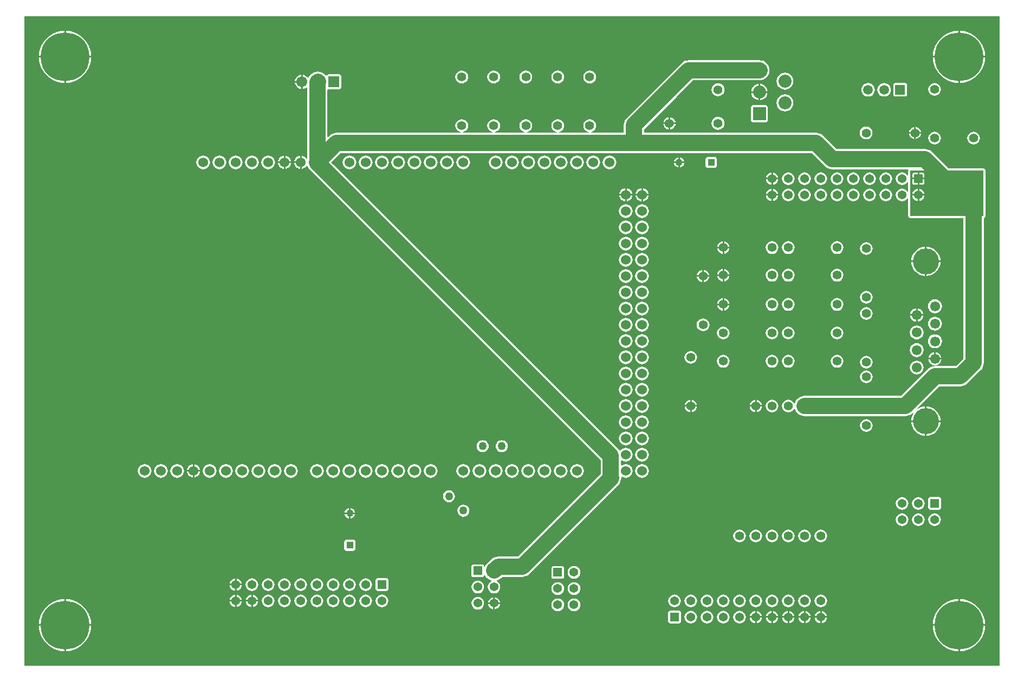
<source format=gbr>
G04 Layer_Physical_Order=2*
G04 Layer_Color=36540*
%FSLAX23Y23*%
%MOIN*%
%TF.FileFunction,Copper,L2,Inr,Signal*%
%TF.Part,Single*%
G01*
G75*
%TA.AperFunction,ViaPad*%
%ADD12C,0.300*%
%TA.AperFunction,ComponentPad*%
%ADD13C,0.055*%
%ADD14C,0.043*%
%ADD15R,0.043X0.043*%
%ADD16C,0.054*%
%ADD17R,0.054X0.054*%
%ADD18R,0.054X0.054*%
%ADD19R,0.067X0.067*%
%ADD20C,0.067*%
%ADD21R,0.043X0.043*%
%ADD22C,0.060*%
%ADD23C,0.061*%
%ADD24C,0.160*%
%ADD25R,0.061X0.061*%
%ADD26C,0.080*%
%ADD27R,0.080X0.080*%
%ADD28C,0.059*%
%ADD29R,0.059X0.059*%
%TA.AperFunction,ViaPad*%
%ADD30C,0.050*%
%TA.AperFunction,Conductor*%
%ADD31C,0.100*%
G36*
X7000Y1000D02*
X1000D01*
Y5000D01*
X7000D01*
Y1000D01*
D02*
G37*
%LPC*%
G36*
X3100Y2242D02*
X3089Y2241D01*
X3079Y2237D01*
X3070Y2230D01*
X3063Y2221D01*
X3059Y2211D01*
X3058Y2200D01*
X3059Y2189D01*
X3063Y2179D01*
X3070Y2170D01*
X3079Y2163D01*
X3089Y2159D01*
X3100Y2158D01*
X3111Y2159D01*
X3121Y2163D01*
X3130Y2170D01*
X3137Y2179D01*
X3141Y2189D01*
X3142Y2200D01*
X3141Y2211D01*
X3137Y2221D01*
X3130Y2230D01*
X3121Y2237D01*
X3111Y2241D01*
X3100Y2242D01*
D02*
G37*
G36*
X3000D02*
X2989Y2241D01*
X2979Y2237D01*
X2970Y2230D01*
X2963Y2221D01*
X2959Y2211D01*
X2958Y2200D01*
X2959Y2189D01*
X2963Y2179D01*
X2970Y2170D01*
X2979Y2163D01*
X2989Y2159D01*
X3000Y2158D01*
X3011Y2159D01*
X3021Y2163D01*
X3030Y2170D01*
X3037Y2179D01*
X3041Y2189D01*
X3042Y2200D01*
X3041Y2211D01*
X3037Y2221D01*
X3030Y2230D01*
X3021Y2237D01*
X3011Y2241D01*
X3000Y2242D01*
D02*
G37*
G36*
X3200D02*
X3189Y2241D01*
X3179Y2237D01*
X3170Y2230D01*
X3163Y2221D01*
X3159Y2211D01*
X3158Y2200D01*
X3159Y2189D01*
X3163Y2179D01*
X3170Y2170D01*
X3179Y2163D01*
X3189Y2159D01*
X3200Y2158D01*
X3211Y2159D01*
X3221Y2163D01*
X3230Y2170D01*
X3237Y2179D01*
X3241Y2189D01*
X3242Y2200D01*
X3241Y2211D01*
X3237Y2221D01*
X3230Y2230D01*
X3221Y2237D01*
X3211Y2241D01*
X3200Y2242D01*
D02*
G37*
G36*
X3400D02*
X3389Y2241D01*
X3379Y2237D01*
X3370Y2230D01*
X3363Y2221D01*
X3359Y2211D01*
X3358Y2200D01*
X3359Y2189D01*
X3363Y2179D01*
X3370Y2170D01*
X3379Y2163D01*
X3389Y2159D01*
X3400Y2158D01*
X3411Y2159D01*
X3421Y2163D01*
X3430Y2170D01*
X3437Y2179D01*
X3441Y2189D01*
X3442Y2200D01*
X3441Y2211D01*
X3437Y2221D01*
X3430Y2230D01*
X3421Y2237D01*
X3411Y2241D01*
X3400Y2242D01*
D02*
G37*
G36*
X3300D02*
X3289Y2241D01*
X3279Y2237D01*
X3270Y2230D01*
X3263Y2221D01*
X3259Y2211D01*
X3258Y2200D01*
X3259Y2189D01*
X3263Y2179D01*
X3270Y2170D01*
X3279Y2163D01*
X3289Y2159D01*
X3300Y2158D01*
X3311Y2159D01*
X3321Y2163D01*
X3330Y2170D01*
X3337Y2179D01*
X3341Y2189D01*
X3342Y2200D01*
X3341Y2211D01*
X3337Y2221D01*
X3330Y2230D01*
X3321Y2237D01*
X3311Y2241D01*
X3300Y2242D01*
D02*
G37*
G36*
X2540D02*
X2529Y2241D01*
X2519Y2237D01*
X2510Y2230D01*
X2503Y2221D01*
X2499Y2211D01*
X2498Y2200D01*
X2499Y2189D01*
X2503Y2179D01*
X2510Y2170D01*
X2519Y2163D01*
X2529Y2159D01*
X2540Y2158D01*
X2551Y2159D01*
X2561Y2163D01*
X2570Y2170D01*
X2577Y2179D01*
X2581Y2189D01*
X2582Y2200D01*
X2581Y2211D01*
X2577Y2221D01*
X2570Y2230D01*
X2561Y2237D01*
X2551Y2241D01*
X2540Y2242D01*
D02*
G37*
G36*
X2440D02*
X2429Y2241D01*
X2419Y2237D01*
X2410Y2230D01*
X2403Y2221D01*
X2399Y2211D01*
X2398Y2200D01*
X2399Y2189D01*
X2403Y2179D01*
X2410Y2170D01*
X2419Y2163D01*
X2429Y2159D01*
X2440Y2158D01*
X2451Y2159D01*
X2461Y2163D01*
X2470Y2170D01*
X2477Y2179D01*
X2481Y2189D01*
X2482Y2200D01*
X2481Y2211D01*
X2477Y2221D01*
X2470Y2230D01*
X2461Y2237D01*
X2451Y2241D01*
X2440Y2242D01*
D02*
G37*
G36*
X2640D02*
X2629Y2241D01*
X2619Y2237D01*
X2610Y2230D01*
X2603Y2221D01*
X2599Y2211D01*
X2598Y2200D01*
X2599Y2189D01*
X2603Y2179D01*
X2610Y2170D01*
X2619Y2163D01*
X2629Y2159D01*
X2640Y2158D01*
X2651Y2159D01*
X2661Y2163D01*
X2670Y2170D01*
X2677Y2179D01*
X2681Y2189D01*
X2682Y2200D01*
X2681Y2211D01*
X2677Y2221D01*
X2670Y2230D01*
X2661Y2237D01*
X2651Y2241D01*
X2640Y2242D01*
D02*
G37*
G36*
X2900D02*
X2889Y2241D01*
X2879Y2237D01*
X2870Y2230D01*
X2863Y2221D01*
X2859Y2211D01*
X2858Y2200D01*
X2859Y2189D01*
X2863Y2179D01*
X2870Y2170D01*
X2879Y2163D01*
X2889Y2159D01*
X2900Y2158D01*
X2911Y2159D01*
X2921Y2163D01*
X2930Y2170D01*
X2937Y2179D01*
X2941Y2189D01*
X2942Y2200D01*
X2941Y2211D01*
X2937Y2221D01*
X2930Y2230D01*
X2921Y2237D01*
X2911Y2241D01*
X2900Y2242D01*
D02*
G37*
G36*
X2800D02*
X2789Y2241D01*
X2779Y2237D01*
X2770Y2230D01*
X2763Y2221D01*
X2759Y2211D01*
X2758Y2200D01*
X2759Y2189D01*
X2763Y2179D01*
X2770Y2170D01*
X2779Y2163D01*
X2789Y2159D01*
X2800Y2158D01*
X2811Y2159D01*
X2821Y2163D01*
X2830Y2170D01*
X2837Y2179D01*
X2841Y2189D01*
X2842Y2200D01*
X2841Y2211D01*
X2837Y2221D01*
X2830Y2230D01*
X2821Y2237D01*
X2811Y2241D01*
X2800Y2242D01*
D02*
G37*
G36*
X3500D02*
X3489Y2241D01*
X3479Y2237D01*
X3470Y2230D01*
X3463Y2221D01*
X3459Y2211D01*
X3458Y2200D01*
X3459Y2189D01*
X3463Y2179D01*
X3470Y2170D01*
X3479Y2163D01*
X3489Y2159D01*
X3500Y2158D01*
X3511Y2159D01*
X3521Y2163D01*
X3530Y2170D01*
X3537Y2179D01*
X3541Y2189D01*
X3542Y2200D01*
X3541Y2211D01*
X3537Y2221D01*
X3530Y2230D01*
X3521Y2237D01*
X3511Y2241D01*
X3500Y2242D01*
D02*
G37*
G36*
X4300D02*
X4289Y2241D01*
X4279Y2237D01*
X4270Y2230D01*
X4263Y2221D01*
X4259Y2211D01*
X4258Y2200D01*
X4259Y2189D01*
X4263Y2179D01*
X4270Y2170D01*
X4279Y2163D01*
X4289Y2159D01*
X4300Y2158D01*
X4311Y2159D01*
X4321Y2163D01*
X4330Y2170D01*
X4337Y2179D01*
X4341Y2189D01*
X4342Y2200D01*
X4341Y2211D01*
X4337Y2221D01*
X4330Y2230D01*
X4321Y2237D01*
X4311Y2241D01*
X4300Y2242D01*
D02*
G37*
G36*
X4200D02*
X4189Y2241D01*
X4179Y2237D01*
X4170Y2230D01*
X4163Y2221D01*
X4159Y2211D01*
X4158Y2200D01*
X4159Y2189D01*
X4163Y2179D01*
X4170Y2170D01*
X4179Y2163D01*
X4189Y2159D01*
X4200Y2158D01*
X4211Y2159D01*
X4221Y2163D01*
X4230Y2170D01*
X4237Y2179D01*
X4241Y2189D01*
X4242Y2200D01*
X4241Y2211D01*
X4237Y2221D01*
X4230Y2230D01*
X4221Y2237D01*
X4211Y2241D01*
X4200Y2242D01*
D02*
G37*
G36*
X4400D02*
X4389Y2241D01*
X4379Y2237D01*
X4370Y2230D01*
X4363Y2221D01*
X4359Y2211D01*
X4358Y2200D01*
X4359Y2189D01*
X4363Y2179D01*
X4370Y2170D01*
X4379Y2163D01*
X4389Y2159D01*
X4400Y2158D01*
X4411Y2159D01*
X4421Y2163D01*
X4430Y2170D01*
X4437Y2179D01*
X4441Y2189D01*
X4442Y2200D01*
X4441Y2211D01*
X4437Y2221D01*
X4430Y2230D01*
X4421Y2237D01*
X4411Y2241D01*
X4400Y2242D01*
D02*
G37*
G36*
X2035Y2195D02*
X2000D01*
X2001Y2190D01*
X2005Y2180D01*
X2011Y2171D01*
X2020Y2165D01*
X2030Y2161D01*
X2035Y2160D01*
Y2195D01*
D02*
G37*
G36*
X4800Y2242D02*
X4789Y2241D01*
X4779Y2237D01*
X4770Y2230D01*
X4763Y2221D01*
X4759Y2211D01*
X4758Y2200D01*
X4759Y2189D01*
X4763Y2179D01*
X4770Y2170D01*
X4779Y2163D01*
X4789Y2159D01*
X4800Y2158D01*
X4811Y2159D01*
X4821Y2163D01*
X4830Y2170D01*
X4837Y2179D01*
X4841Y2189D01*
X4842Y2200D01*
X4841Y2211D01*
X4837Y2221D01*
X4830Y2230D01*
X4821Y2237D01*
X4811Y2241D01*
X4800Y2242D01*
D02*
G37*
G36*
X3800D02*
X3789Y2241D01*
X3779Y2237D01*
X3770Y2230D01*
X3763Y2221D01*
X3759Y2211D01*
X3758Y2200D01*
X3759Y2189D01*
X3763Y2179D01*
X3770Y2170D01*
X3779Y2163D01*
X3789Y2159D01*
X3800Y2158D01*
X3811Y2159D01*
X3821Y2163D01*
X3830Y2170D01*
X3837Y2179D01*
X3841Y2189D01*
X3842Y2200D01*
X3841Y2211D01*
X3837Y2221D01*
X3830Y2230D01*
X3821Y2237D01*
X3811Y2241D01*
X3800Y2242D01*
D02*
G37*
G36*
X3700D02*
X3689Y2241D01*
X3679Y2237D01*
X3670Y2230D01*
X3663Y2221D01*
X3659Y2211D01*
X3658Y2200D01*
X3659Y2189D01*
X3663Y2179D01*
X3670Y2170D01*
X3679Y2163D01*
X3689Y2159D01*
X3700Y2158D01*
X3711Y2159D01*
X3721Y2163D01*
X3730Y2170D01*
X3737Y2179D01*
X3741Y2189D01*
X3742Y2200D01*
X3741Y2211D01*
X3737Y2221D01*
X3730Y2230D01*
X3721Y2237D01*
X3711Y2241D01*
X3700Y2242D01*
D02*
G37*
G36*
X3900D02*
X3889Y2241D01*
X3879Y2237D01*
X3870Y2230D01*
X3863Y2221D01*
X3859Y2211D01*
X3858Y2200D01*
X3859Y2189D01*
X3863Y2179D01*
X3870Y2170D01*
X3879Y2163D01*
X3889Y2159D01*
X3900Y2158D01*
X3911Y2159D01*
X3921Y2163D01*
X3930Y2170D01*
X3937Y2179D01*
X3941Y2189D01*
X3942Y2200D01*
X3941Y2211D01*
X3937Y2221D01*
X3930Y2230D01*
X3921Y2237D01*
X3911Y2241D01*
X3900Y2242D01*
D02*
G37*
G36*
X4100D02*
X4089Y2241D01*
X4079Y2237D01*
X4070Y2230D01*
X4063Y2221D01*
X4059Y2211D01*
X4058Y2200D01*
X4059Y2189D01*
X4063Y2179D01*
X4070Y2170D01*
X4079Y2163D01*
X4089Y2159D01*
X4100Y2158D01*
X4111Y2159D01*
X4121Y2163D01*
X4130Y2170D01*
X4137Y2179D01*
X4141Y2189D01*
X4142Y2200D01*
X4141Y2211D01*
X4137Y2221D01*
X4130Y2230D01*
X4121Y2237D01*
X4111Y2241D01*
X4100Y2242D01*
D02*
G37*
G36*
X4000D02*
X3989Y2241D01*
X3979Y2237D01*
X3970Y2230D01*
X3963Y2221D01*
X3959Y2211D01*
X3958Y2200D01*
X3959Y2189D01*
X3963Y2179D01*
X3970Y2170D01*
X3979Y2163D01*
X3989Y2159D01*
X4000Y2158D01*
X4011Y2159D01*
X4021Y2163D01*
X4030Y2170D01*
X4037Y2179D01*
X4041Y2189D01*
X4042Y2200D01*
X4041Y2211D01*
X4037Y2221D01*
X4030Y2230D01*
X4021Y2237D01*
X4011Y2241D01*
X4000Y2242D01*
D02*
G37*
G36*
X2340D02*
X2329Y2241D01*
X2319Y2237D01*
X2310Y2230D01*
X2303Y2221D01*
X2299Y2211D01*
X2298Y2200D01*
X2299Y2189D01*
X2303Y2179D01*
X2310Y2170D01*
X2319Y2163D01*
X2329Y2159D01*
X2340Y2158D01*
X2351Y2159D01*
X2361Y2163D01*
X2370Y2170D01*
X2377Y2179D01*
X2381Y2189D01*
X2382Y2200D01*
X2381Y2211D01*
X2377Y2221D01*
X2370Y2230D01*
X2361Y2237D01*
X2351Y2241D01*
X2340Y2242D01*
D02*
G37*
G36*
X6600Y1939D02*
X6590Y1938D01*
X6580Y1934D01*
X6572Y1928D01*
X6566Y1920D01*
X6562Y1910D01*
X6561Y1900D01*
X6562Y1890D01*
X6566Y1880D01*
X6572Y1872D01*
X6580Y1866D01*
X6590Y1862D01*
X6600Y1861D01*
X6610Y1862D01*
X6620Y1866D01*
X6628Y1872D01*
X6634Y1880D01*
X6638Y1890D01*
X6639Y1900D01*
X6638Y1910D01*
X6634Y1920D01*
X6628Y1928D01*
X6620Y1934D01*
X6610Y1938D01*
X6600Y1939D01*
D02*
G37*
G36*
X6500D02*
X6490Y1938D01*
X6480Y1934D01*
X6472Y1928D01*
X6466Y1920D01*
X6462Y1910D01*
X6461Y1900D01*
X6462Y1890D01*
X6466Y1880D01*
X6472Y1872D01*
X6480Y1866D01*
X6490Y1862D01*
X6500Y1861D01*
X6510Y1862D01*
X6520Y1866D01*
X6528Y1872D01*
X6534Y1880D01*
X6538Y1890D01*
X6539Y1900D01*
X6538Y1910D01*
X6534Y1920D01*
X6528Y1928D01*
X6520Y1934D01*
X6510Y1938D01*
X6500Y1939D01*
D02*
G37*
G36*
X3033Y1934D02*
X3007D01*
Y1908D01*
X3010Y1908D01*
X3018Y1911D01*
X3025Y1916D01*
X3030Y1923D01*
X3033Y1931D01*
X3033Y1934D01*
D02*
G37*
G36*
X3701Y1993D02*
X3691Y1991D01*
X3682Y1988D01*
X3675Y1982D01*
X3669Y1974D01*
X3665Y1965D01*
X3664Y1956D01*
X3665Y1946D01*
X3669Y1937D01*
X3675Y1929D01*
X3682Y1923D01*
X3691Y1920D01*
X3701Y1918D01*
X3710Y1920D01*
X3719Y1923D01*
X3727Y1929D01*
X3733Y1937D01*
X3737Y1946D01*
X3738Y1956D01*
X3737Y1965D01*
X3733Y1974D01*
X3727Y1982D01*
X3719Y1988D01*
X3710Y1991D01*
X3701Y1993D01*
D02*
G37*
G36*
X2997Y1934D02*
X2971D01*
X2971Y1931D01*
X2974Y1923D01*
X2979Y1916D01*
X2986Y1911D01*
X2994Y1908D01*
X2997Y1908D01*
Y1934D01*
D02*
G37*
G36*
X5700Y1840D02*
X5690Y1838D01*
X5680Y1834D01*
X5672Y1828D01*
X5666Y1820D01*
X5662Y1810D01*
X5660Y1800D01*
X5662Y1790D01*
X5666Y1780D01*
X5672Y1772D01*
X5680Y1766D01*
X5690Y1762D01*
X5700Y1760D01*
X5710Y1762D01*
X5720Y1766D01*
X5728Y1772D01*
X5734Y1780D01*
X5738Y1790D01*
X5740Y1800D01*
X5738Y1810D01*
X5734Y1820D01*
X5728Y1828D01*
X5720Y1834D01*
X5710Y1838D01*
X5700Y1840D01*
D02*
G37*
G36*
X5600D02*
X5590Y1838D01*
X5580Y1834D01*
X5572Y1828D01*
X5566Y1820D01*
X5562Y1810D01*
X5560Y1800D01*
X5562Y1790D01*
X5566Y1780D01*
X5572Y1772D01*
X5580Y1766D01*
X5590Y1762D01*
X5600Y1760D01*
X5610Y1762D01*
X5620Y1766D01*
X5628Y1772D01*
X5634Y1780D01*
X5638Y1790D01*
X5640Y1800D01*
X5638Y1810D01*
X5634Y1820D01*
X5628Y1828D01*
X5620Y1834D01*
X5610Y1838D01*
X5600Y1840D01*
D02*
G37*
G36*
X5800D02*
X5790Y1838D01*
X5780Y1834D01*
X5772Y1828D01*
X5766Y1820D01*
X5762Y1810D01*
X5760Y1800D01*
X5762Y1790D01*
X5766Y1780D01*
X5772Y1772D01*
X5780Y1766D01*
X5790Y1762D01*
X5800Y1760D01*
X5810Y1762D01*
X5820Y1766D01*
X5828Y1772D01*
X5834Y1780D01*
X5838Y1790D01*
X5840Y1800D01*
X5838Y1810D01*
X5834Y1820D01*
X5828Y1828D01*
X5820Y1834D01*
X5810Y1838D01*
X5800Y1840D01*
D02*
G37*
G36*
X6400Y1939D02*
X6390Y1938D01*
X6380Y1934D01*
X6372Y1928D01*
X6366Y1920D01*
X6362Y1910D01*
X6361Y1900D01*
X6362Y1890D01*
X6366Y1880D01*
X6372Y1872D01*
X6380Y1866D01*
X6390Y1862D01*
X6400Y1861D01*
X6410Y1862D01*
X6420Y1866D01*
X6428Y1872D01*
X6434Y1880D01*
X6438Y1890D01*
X6439Y1900D01*
X6438Y1910D01*
X6434Y1920D01*
X6428Y1928D01*
X6420Y1934D01*
X6410Y1938D01*
X6400Y1939D01*
D02*
G37*
G36*
X5900Y1840D02*
X5890Y1838D01*
X5880Y1834D01*
X5872Y1828D01*
X5866Y1820D01*
X5862Y1810D01*
X5860Y1800D01*
X5862Y1790D01*
X5866Y1780D01*
X5872Y1772D01*
X5880Y1766D01*
X5890Y1762D01*
X5900Y1760D01*
X5910Y1762D01*
X5920Y1766D01*
X5928Y1772D01*
X5934Y1780D01*
X5938Y1790D01*
X5940Y1800D01*
X5938Y1810D01*
X5934Y1820D01*
X5928Y1828D01*
X5920Y1834D01*
X5910Y1838D01*
X5900Y1840D01*
D02*
G37*
G36*
X2997Y1970D02*
X2994Y1970D01*
X2986Y1967D01*
X2979Y1962D01*
X2974Y1955D01*
X2971Y1947D01*
X2971Y1944D01*
X2997D01*
Y1970D01*
D02*
G37*
G36*
X1840Y2242D02*
X1829Y2241D01*
X1819Y2237D01*
X1810Y2230D01*
X1803Y2221D01*
X1799Y2211D01*
X1798Y2200D01*
X1799Y2189D01*
X1803Y2179D01*
X1810Y2170D01*
X1819Y2163D01*
X1829Y2159D01*
X1840Y2158D01*
X1851Y2159D01*
X1861Y2163D01*
X1870Y2170D01*
X1877Y2179D01*
X1881Y2189D01*
X1882Y2200D01*
X1881Y2211D01*
X1877Y2221D01*
X1870Y2230D01*
X1861Y2237D01*
X1851Y2241D01*
X1840Y2242D01*
D02*
G37*
G36*
X1740D02*
X1729Y2241D01*
X1719Y2237D01*
X1710Y2230D01*
X1703Y2221D01*
X1699Y2211D01*
X1698Y2200D01*
X1699Y2189D01*
X1703Y2179D01*
X1710Y2170D01*
X1719Y2163D01*
X1729Y2159D01*
X1740Y2158D01*
X1751Y2159D01*
X1761Y2163D01*
X1770Y2170D01*
X1777Y2179D01*
X1781Y2189D01*
X1782Y2200D01*
X1781Y2211D01*
X1777Y2221D01*
X1770Y2230D01*
X1761Y2237D01*
X1751Y2241D01*
X1740Y2242D01*
D02*
G37*
G36*
X1940D02*
X1929Y2241D01*
X1919Y2237D01*
X1910Y2230D01*
X1903Y2221D01*
X1899Y2211D01*
X1898Y2200D01*
X1899Y2189D01*
X1903Y2179D01*
X1910Y2170D01*
X1919Y2163D01*
X1929Y2159D01*
X1940Y2158D01*
X1951Y2159D01*
X1961Y2163D01*
X1970Y2170D01*
X1977Y2179D01*
X1981Y2189D01*
X1982Y2200D01*
X1981Y2211D01*
X1977Y2221D01*
X1970Y2230D01*
X1961Y2237D01*
X1951Y2241D01*
X1940Y2242D01*
D02*
G37*
G36*
X2240D02*
X2229Y2241D01*
X2219Y2237D01*
X2210Y2230D01*
X2203Y2221D01*
X2199Y2211D01*
X2198Y2200D01*
X2199Y2189D01*
X2203Y2179D01*
X2210Y2170D01*
X2219Y2163D01*
X2229Y2159D01*
X2240Y2158D01*
X2251Y2159D01*
X2261Y2163D01*
X2270Y2170D01*
X2277Y2179D01*
X2281Y2189D01*
X2282Y2200D01*
X2281Y2211D01*
X2277Y2221D01*
X2270Y2230D01*
X2261Y2237D01*
X2251Y2241D01*
X2240Y2242D01*
D02*
G37*
G36*
X2140D02*
X2129Y2241D01*
X2119Y2237D01*
X2110Y2230D01*
X2103Y2221D01*
X2099Y2211D01*
X2098Y2200D01*
X2099Y2189D01*
X2103Y2179D01*
X2110Y2170D01*
X2119Y2163D01*
X2129Y2159D01*
X2140Y2158D01*
X2151Y2159D01*
X2161Y2163D01*
X2170Y2170D01*
X2177Y2179D01*
X2181Y2189D01*
X2182Y2200D01*
X2181Y2211D01*
X2177Y2221D01*
X2170Y2230D01*
X2161Y2237D01*
X2151Y2241D01*
X2140Y2242D01*
D02*
G37*
G36*
X6400Y2039D02*
X6390Y2038D01*
X6380Y2034D01*
X6372Y2028D01*
X6366Y2020D01*
X6362Y2010D01*
X6361Y2000D01*
X6362Y1990D01*
X6366Y1980D01*
X6372Y1972D01*
X6380Y1966D01*
X6390Y1962D01*
X6400Y1961D01*
X6410Y1962D01*
X6420Y1966D01*
X6428Y1972D01*
X6434Y1980D01*
X6438Y1990D01*
X6439Y2000D01*
X6438Y2010D01*
X6434Y2020D01*
X6428Y2028D01*
X6420Y2034D01*
X6410Y2038D01*
X6400Y2039D01*
D02*
G37*
G36*
X3007Y1970D02*
Y1944D01*
X3033D01*
X3033Y1947D01*
X3030Y1955D01*
X3025Y1962D01*
X3018Y1967D01*
X3010Y1970D01*
X3007Y1970D01*
D02*
G37*
G36*
X6500Y2039D02*
X6490Y2038D01*
X6480Y2034D01*
X6472Y2028D01*
X6466Y2020D01*
X6462Y2010D01*
X6461Y2000D01*
X6462Y1990D01*
X6466Y1980D01*
X6472Y1972D01*
X6480Y1966D01*
X6490Y1962D01*
X6500Y1961D01*
X6510Y1962D01*
X6520Y1966D01*
X6528Y1972D01*
X6534Y1980D01*
X6538Y1990D01*
X6539Y2000D01*
X6538Y2010D01*
X6534Y2020D01*
X6528Y2028D01*
X6520Y2034D01*
X6510Y2038D01*
X6500Y2039D01*
D02*
G37*
G36*
X3612Y2081D02*
X3603Y2080D01*
X3594Y2076D01*
X3586Y2070D01*
X3580Y2063D01*
X3576Y2054D01*
X3575Y2044D01*
X3576Y2034D01*
X3580Y2026D01*
X3586Y2018D01*
X3594Y2012D01*
X3603Y2008D01*
X3612Y2007D01*
X3622Y2008D01*
X3631Y2012D01*
X3638Y2018D01*
X3644Y2026D01*
X3648Y2034D01*
X3649Y2044D01*
X3648Y2054D01*
X3644Y2063D01*
X3638Y2070D01*
X3631Y2076D01*
X3622Y2080D01*
X3612Y2081D01*
D02*
G37*
G36*
X6627Y2039D02*
X6573D01*
X6568Y2038D01*
X6565Y2035D01*
X6562Y2032D01*
X6561Y2027D01*
Y1973D01*
X6562Y1968D01*
X6565Y1965D01*
X6568Y1962D01*
X6573Y1961D01*
X6627D01*
X6632Y1962D01*
X6635Y1965D01*
X6638Y1968D01*
X6639Y1973D01*
Y2027D01*
X6638Y2032D01*
X6635Y2035D01*
X6632Y2038D01*
X6627Y2039D01*
D02*
G37*
G36*
X2080Y2195D02*
X2045D01*
Y2160D01*
X2050Y2161D01*
X2060Y2165D01*
X2069Y2171D01*
X2075Y2180D01*
X2079Y2190D01*
X2080Y2195D01*
D02*
G37*
G36*
X4800Y2842D02*
X4789Y2841D01*
X4779Y2837D01*
X4770Y2830D01*
X4763Y2821D01*
X4759Y2811D01*
X4758Y2800D01*
X4759Y2789D01*
X4763Y2779D01*
X4770Y2770D01*
X4779Y2763D01*
X4789Y2759D01*
X4800Y2758D01*
X4811Y2759D01*
X4821Y2763D01*
X4830Y2770D01*
X4837Y2779D01*
X4841Y2789D01*
X4842Y2800D01*
X4841Y2811D01*
X4837Y2821D01*
X4830Y2830D01*
X4821Y2837D01*
X4811Y2841D01*
X4800Y2842D01*
D02*
G37*
G36*
X4700D02*
X4689Y2841D01*
X4679Y2837D01*
X4670Y2830D01*
X4663Y2821D01*
X4659Y2811D01*
X4658Y2800D01*
X4659Y2789D01*
X4663Y2779D01*
X4670Y2770D01*
X4679Y2763D01*
X4689Y2759D01*
X4700Y2758D01*
X4711Y2759D01*
X4721Y2763D01*
X4730Y2770D01*
X4737Y2779D01*
X4741Y2789D01*
X4742Y2800D01*
X4741Y2811D01*
X4737Y2821D01*
X4730Y2830D01*
X4721Y2837D01*
X4711Y2841D01*
X4700Y2842D01*
D02*
G37*
G36*
X6490Y2879D02*
X6479Y2878D01*
X6469Y2874D01*
X6460Y2867D01*
X6453Y2858D01*
X6449Y2847D01*
X6447Y2836D01*
X6449Y2825D01*
X6453Y2815D01*
X6460Y2806D01*
X6469Y2799D01*
X6479Y2795D01*
X6490Y2793D01*
X6501Y2795D01*
X6511Y2799D01*
X6520Y2806D01*
X6527Y2815D01*
X6531Y2825D01*
X6533Y2836D01*
X6531Y2847D01*
X6527Y2858D01*
X6520Y2867D01*
X6511Y2874D01*
X6501Y2878D01*
X6490Y2879D01*
D02*
G37*
G36*
X5300Y2915D02*
X5290Y2913D01*
X5280Y2909D01*
X5272Y2903D01*
X5266Y2895D01*
X5262Y2885D01*
X5260Y2875D01*
X5262Y2865D01*
X5266Y2855D01*
X5272Y2847D01*
X5280Y2841D01*
X5290Y2837D01*
X5300Y2835D01*
X5310Y2837D01*
X5320Y2841D01*
X5328Y2847D01*
X5334Y2855D01*
X5338Y2865D01*
X5340Y2875D01*
X5338Y2885D01*
X5334Y2895D01*
X5328Y2903D01*
X5320Y2909D01*
X5310Y2913D01*
X5300Y2915D01*
D02*
G37*
G36*
X6180Y2910D02*
X6170Y2908D01*
X6160Y2904D01*
X6152Y2898D01*
X6146Y2890D01*
X6142Y2880D01*
X6140Y2870D01*
X6142Y2860D01*
X6146Y2850D01*
X6152Y2842D01*
X6160Y2836D01*
X6170Y2832D01*
X6180Y2830D01*
X6190Y2832D01*
X6200Y2836D01*
X6208Y2842D01*
X6214Y2850D01*
X6218Y2860D01*
X6220Y2870D01*
X6218Y2880D01*
X6214Y2890D01*
X6208Y2898D01*
X6200Y2904D01*
X6190Y2908D01*
X6180Y2910D01*
D02*
G37*
G36*
X5505Y2637D02*
Y2605D01*
X5537D01*
X5537Y2610D01*
X5533Y2619D01*
X5527Y2627D01*
X5519Y2633D01*
X5510Y2637D01*
X5505Y2637D01*
D02*
G37*
G36*
X5105D02*
Y2605D01*
X5137D01*
X5137Y2610D01*
X5133Y2619D01*
X5127Y2627D01*
X5119Y2633D01*
X5110Y2637D01*
X5105Y2637D01*
D02*
G37*
G36*
X4700Y2742D02*
X4689Y2741D01*
X4679Y2737D01*
X4670Y2730D01*
X4663Y2721D01*
X4659Y2711D01*
X4658Y2700D01*
X4659Y2689D01*
X4663Y2679D01*
X4670Y2670D01*
X4679Y2663D01*
X4689Y2659D01*
X4700Y2658D01*
X4711Y2659D01*
X4721Y2663D01*
X4730Y2670D01*
X4737Y2679D01*
X4741Y2689D01*
X4742Y2700D01*
X4741Y2711D01*
X4737Y2721D01*
X4730Y2730D01*
X4721Y2737D01*
X4711Y2741D01*
X4700Y2742D01*
D02*
G37*
G36*
X6180Y2820D02*
X6170Y2818D01*
X6160Y2814D01*
X6152Y2808D01*
X6146Y2800D01*
X6142Y2790D01*
X6140Y2780D01*
X6142Y2770D01*
X6146Y2760D01*
X6152Y2752D01*
X6160Y2746D01*
X6170Y2742D01*
X6180Y2740D01*
X6190Y2742D01*
X6200Y2746D01*
X6208Y2752D01*
X6214Y2760D01*
X6218Y2770D01*
X6220Y2780D01*
X6218Y2790D01*
X6214Y2800D01*
X6208Y2808D01*
X6200Y2814D01*
X6190Y2818D01*
X6180Y2820D01*
D02*
G37*
G36*
X4800Y2742D02*
X4789Y2741D01*
X4779Y2737D01*
X4770Y2730D01*
X4763Y2721D01*
X4759Y2711D01*
X4758Y2700D01*
X4759Y2689D01*
X4763Y2679D01*
X4770Y2670D01*
X4779Y2663D01*
X4789Y2659D01*
X4800Y2658D01*
X4811Y2659D01*
X4821Y2663D01*
X4830Y2670D01*
X4837Y2679D01*
X4841Y2689D01*
X4842Y2700D01*
X4841Y2711D01*
X4837Y2721D01*
X4830Y2730D01*
X4821Y2737D01*
X4811Y2741D01*
X4800Y2742D01*
D02*
G37*
G36*
X5600Y2915D02*
X5590Y2913D01*
X5580Y2909D01*
X5572Y2903D01*
X5566Y2895D01*
X5562Y2885D01*
X5560Y2875D01*
X5562Y2865D01*
X5566Y2855D01*
X5572Y2847D01*
X5580Y2841D01*
X5590Y2837D01*
X5600Y2835D01*
X5610Y2837D01*
X5620Y2841D01*
X5628Y2847D01*
X5634Y2855D01*
X5638Y2865D01*
X5640Y2875D01*
X5638Y2885D01*
X5634Y2895D01*
X5628Y2903D01*
X5620Y2909D01*
X5610Y2913D01*
X5600Y2915D01*
D02*
G37*
G36*
X6607Y2931D02*
Y2895D01*
X6642D01*
X6641Y2901D01*
X6637Y2911D01*
X6631Y2919D01*
X6622Y2926D01*
X6612Y2930D01*
X6607Y2931D01*
D02*
G37*
G36*
X6597Y2931D02*
X6591Y2930D01*
X6581Y2926D01*
X6573Y2919D01*
X6566Y2911D01*
X6562Y2901D01*
X6561Y2895D01*
X6597D01*
Y2931D01*
D02*
G37*
G36*
X6490Y2987D02*
X6479Y2986D01*
X6469Y2981D01*
X6460Y2975D01*
X6453Y2966D01*
X6449Y2955D01*
X6447Y2944D01*
X6449Y2933D01*
X6453Y2923D01*
X6460Y2914D01*
X6469Y2907D01*
X6479Y2903D01*
X6490Y2901D01*
X6501Y2903D01*
X6511Y2907D01*
X6520Y2914D01*
X6527Y2923D01*
X6531Y2933D01*
X6533Y2944D01*
X6531Y2955D01*
X6527Y2966D01*
X6520Y2975D01*
X6511Y2981D01*
X6501Y2986D01*
X6490Y2987D01*
D02*
G37*
G36*
X4700Y3042D02*
X4689Y3041D01*
X4679Y3037D01*
X4670Y3030D01*
X4663Y3021D01*
X4659Y3011D01*
X4658Y3000D01*
X4659Y2989D01*
X4663Y2979D01*
X4670Y2970D01*
X4679Y2963D01*
X4689Y2959D01*
X4700Y2958D01*
X4711Y2959D01*
X4721Y2963D01*
X4730Y2970D01*
X4737Y2979D01*
X4741Y2989D01*
X4742Y3000D01*
X4741Y3011D01*
X4737Y3021D01*
X4730Y3030D01*
X4721Y3037D01*
X4711Y3041D01*
X4700Y3042D01*
D02*
G37*
G36*
X6602Y3041D02*
X6591Y3040D01*
X6580Y3035D01*
X6571Y3029D01*
X6565Y3020D01*
X6560Y3009D01*
X6559Y2998D01*
X6560Y2987D01*
X6565Y2977D01*
X6571Y2968D01*
X6580Y2961D01*
X6591Y2957D01*
X6602Y2955D01*
X6613Y2957D01*
X6623Y2961D01*
X6632Y2968D01*
X6639Y2977D01*
X6643Y2987D01*
X6645Y2998D01*
X6643Y3009D01*
X6639Y3020D01*
X6632Y3029D01*
X6623Y3035D01*
X6613Y3040D01*
X6602Y3041D01*
D02*
G37*
G36*
X6000Y2915D02*
X5990Y2913D01*
X5980Y2909D01*
X5972Y2903D01*
X5966Y2895D01*
X5962Y2885D01*
X5960Y2875D01*
X5962Y2865D01*
X5966Y2855D01*
X5972Y2847D01*
X5980Y2841D01*
X5990Y2837D01*
X6000Y2835D01*
X6010Y2837D01*
X6020Y2841D01*
X6028Y2847D01*
X6034Y2855D01*
X6038Y2865D01*
X6040Y2875D01*
X6038Y2885D01*
X6034Y2895D01*
X6028Y2903D01*
X6020Y2909D01*
X6010Y2913D01*
X6000Y2915D01*
D02*
G37*
G36*
X5700D02*
X5690Y2913D01*
X5680Y2909D01*
X5672Y2903D01*
X5666Y2895D01*
X5662Y2885D01*
X5660Y2875D01*
X5662Y2865D01*
X5666Y2855D01*
X5672Y2847D01*
X5680Y2841D01*
X5690Y2837D01*
X5700Y2835D01*
X5710Y2837D01*
X5720Y2841D01*
X5728Y2847D01*
X5734Y2855D01*
X5738Y2865D01*
X5740Y2875D01*
X5738Y2885D01*
X5734Y2895D01*
X5728Y2903D01*
X5720Y2909D01*
X5710Y2913D01*
X5700Y2915D01*
D02*
G37*
G36*
X4700Y2942D02*
X4689Y2941D01*
X4679Y2937D01*
X4670Y2930D01*
X4663Y2921D01*
X4659Y2911D01*
X4658Y2900D01*
X4659Y2889D01*
X4663Y2879D01*
X4670Y2870D01*
X4679Y2863D01*
X4689Y2859D01*
X4700Y2858D01*
X4711Y2859D01*
X4721Y2863D01*
X4730Y2870D01*
X4737Y2879D01*
X4741Y2889D01*
X4742Y2900D01*
X4741Y2911D01*
X4737Y2921D01*
X4730Y2930D01*
X4721Y2937D01*
X4711Y2941D01*
X4700Y2942D01*
D02*
G37*
G36*
X5100Y2940D02*
X5090Y2938D01*
X5080Y2934D01*
X5072Y2928D01*
X5066Y2920D01*
X5062Y2910D01*
X5060Y2900D01*
X5062Y2890D01*
X5066Y2880D01*
X5072Y2872D01*
X5080Y2866D01*
X5090Y2862D01*
X5100Y2860D01*
X5110Y2862D01*
X5120Y2866D01*
X5128Y2872D01*
X5134Y2880D01*
X5138Y2890D01*
X5140Y2900D01*
X5138Y2910D01*
X5134Y2920D01*
X5128Y2928D01*
X5120Y2934D01*
X5110Y2938D01*
X5100Y2940D01*
D02*
G37*
G36*
X4800Y2942D02*
X4789Y2941D01*
X4779Y2937D01*
X4770Y2930D01*
X4763Y2921D01*
X4759Y2911D01*
X4758Y2900D01*
X4759Y2889D01*
X4763Y2879D01*
X4770Y2870D01*
X4779Y2863D01*
X4789Y2859D01*
X4800Y2858D01*
X4811Y2859D01*
X4821Y2863D01*
X4830Y2870D01*
X4837Y2879D01*
X4841Y2889D01*
X4842Y2900D01*
X4841Y2911D01*
X4837Y2921D01*
X4830Y2930D01*
X4821Y2937D01*
X4811Y2941D01*
X4800Y2942D01*
D02*
G37*
G36*
X5495Y2637D02*
X5490Y2637D01*
X5481Y2633D01*
X5473Y2627D01*
X5467Y2619D01*
X5463Y2610D01*
X5463Y2605D01*
X5495D01*
Y2637D01*
D02*
G37*
G36*
X4800Y2442D02*
X4789Y2441D01*
X4779Y2437D01*
X4770Y2430D01*
X4763Y2421D01*
X4759Y2411D01*
X4758Y2400D01*
X4759Y2389D01*
X4763Y2379D01*
X4770Y2370D01*
X4779Y2363D01*
X4789Y2359D01*
X4800Y2358D01*
X4811Y2359D01*
X4821Y2363D01*
X4830Y2370D01*
X4837Y2379D01*
X4841Y2389D01*
X4842Y2400D01*
X4841Y2411D01*
X4837Y2421D01*
X4830Y2430D01*
X4821Y2437D01*
X4811Y2441D01*
X4800Y2442D01*
D02*
G37*
G36*
X4700D02*
X4689Y2441D01*
X4679Y2437D01*
X4670Y2430D01*
X4663Y2421D01*
X4659Y2411D01*
X4658Y2400D01*
X4659Y2389D01*
X4663Y2379D01*
X4670Y2370D01*
X4679Y2363D01*
X4689Y2359D01*
X4700Y2358D01*
X4711Y2359D01*
X4721Y2363D01*
X4730Y2370D01*
X4737Y2379D01*
X4741Y2389D01*
X4742Y2400D01*
X4741Y2411D01*
X4737Y2421D01*
X4730Y2430D01*
X4721Y2437D01*
X4711Y2441D01*
X4700Y2442D01*
D02*
G37*
G36*
X6541Y2501D02*
X6456D01*
X6457Y2489D01*
X6462Y2472D01*
X6471Y2456D01*
X6482Y2442D01*
X6496Y2431D01*
X6511Y2423D01*
X6528Y2418D01*
X6541Y2416D01*
Y2501D01*
D02*
G37*
G36*
X6180Y2520D02*
X6170Y2518D01*
X6160Y2514D01*
X6152Y2508D01*
X6146Y2500D01*
X6142Y2490D01*
X6140Y2480D01*
X6142Y2470D01*
X6146Y2460D01*
X6152Y2452D01*
X6160Y2446D01*
X6170Y2442D01*
X6180Y2440D01*
X6190Y2442D01*
X6200Y2446D01*
X6208Y2452D01*
X6214Y2460D01*
X6218Y2470D01*
X6220Y2480D01*
X6218Y2490D01*
X6214Y2500D01*
X6208Y2508D01*
X6200Y2514D01*
X6190Y2518D01*
X6180Y2520D01*
D02*
G37*
G36*
X6636Y2501D02*
X6551D01*
Y2416D01*
X6564Y2418D01*
X6581Y2423D01*
X6596Y2431D01*
X6610Y2442D01*
X6621Y2456D01*
X6629Y2472D01*
X6635Y2489D01*
X6636Y2501D01*
D02*
G37*
G36*
X2045Y2240D02*
Y2205D01*
X2080D01*
X2079Y2210D01*
X2075Y2220D01*
X2069Y2229D01*
X2060Y2235D01*
X2050Y2239D01*
X2045Y2240D01*
D02*
G37*
G36*
X2035D02*
X2030Y2239D01*
X2020Y2235D01*
X2011Y2229D01*
X2005Y2220D01*
X2001Y2210D01*
X2000Y2205D01*
X2035D01*
Y2240D01*
D02*
G37*
G36*
X4800Y2342D02*
X4789Y2341D01*
X4779Y2337D01*
X4770Y2330D01*
X4763Y2321D01*
X4759Y2311D01*
X4758Y2300D01*
X4759Y2289D01*
X4763Y2279D01*
X4770Y2270D01*
X4779Y2263D01*
X4789Y2259D01*
X4800Y2258D01*
X4811Y2259D01*
X4821Y2263D01*
X4830Y2270D01*
X4837Y2279D01*
X4841Y2289D01*
X4842Y2300D01*
X4841Y2311D01*
X4837Y2321D01*
X4830Y2330D01*
X4821Y2337D01*
X4811Y2341D01*
X4800Y2342D01*
D02*
G37*
G36*
X3937Y2389D02*
X3927Y2388D01*
X3918Y2385D01*
X3911Y2379D01*
X3905Y2371D01*
X3901Y2362D01*
X3900Y2352D01*
X3901Y2343D01*
X3905Y2334D01*
X3911Y2326D01*
X3918Y2320D01*
X3927Y2316D01*
X3937Y2315D01*
X3947Y2316D01*
X3956Y2320D01*
X3963Y2326D01*
X3969Y2334D01*
X3973Y2343D01*
X3974Y2352D01*
X3973Y2362D01*
X3969Y2371D01*
X3963Y2379D01*
X3956Y2385D01*
X3947Y2388D01*
X3937Y2389D01*
D02*
G37*
G36*
X3819D02*
X3809Y2388D01*
X3800Y2385D01*
X3793Y2379D01*
X3787Y2371D01*
X3783Y2362D01*
X3782Y2352D01*
X3783Y2343D01*
X3787Y2334D01*
X3793Y2326D01*
X3800Y2320D01*
X3809Y2316D01*
X3819Y2315D01*
X3829Y2316D01*
X3837Y2320D01*
X3845Y2326D01*
X3851Y2334D01*
X3855Y2343D01*
X3856Y2352D01*
X3855Y2362D01*
X3851Y2371D01*
X3845Y2379D01*
X3837Y2385D01*
X3829Y2388D01*
X3819Y2389D01*
D02*
G37*
G36*
X4700Y2542D02*
X4689Y2541D01*
X4679Y2537D01*
X4670Y2530D01*
X4663Y2521D01*
X4659Y2511D01*
X4658Y2500D01*
X4659Y2489D01*
X4663Y2479D01*
X4670Y2470D01*
X4679Y2463D01*
X4689Y2459D01*
X4700Y2458D01*
X4711Y2459D01*
X4721Y2463D01*
X4730Y2470D01*
X4737Y2479D01*
X4741Y2489D01*
X4742Y2500D01*
X4741Y2511D01*
X4737Y2521D01*
X4730Y2530D01*
X4721Y2537D01*
X4711Y2541D01*
X4700Y2542D01*
D02*
G37*
G36*
X5495Y2595D02*
X5463D01*
X5463Y2590D01*
X5467Y2581D01*
X5473Y2573D01*
X5481Y2567D01*
X5490Y2563D01*
X5495Y2563D01*
Y2595D01*
D02*
G37*
G36*
X5095D02*
X5063D01*
X5063Y2590D01*
X5067Y2581D01*
X5073Y2573D01*
X5081Y2567D01*
X5090Y2563D01*
X5095Y2563D01*
Y2595D01*
D02*
G37*
G36*
X5137D02*
X5105D01*
Y2563D01*
X5110Y2563D01*
X5119Y2567D01*
X5127Y2573D01*
X5133Y2581D01*
X5137Y2590D01*
X5137Y2595D01*
D02*
G37*
G36*
X5095Y2637D02*
X5090Y2637D01*
X5081Y2633D01*
X5073Y2627D01*
X5067Y2619D01*
X5063Y2610D01*
X5063Y2605D01*
X5095D01*
Y2637D01*
D02*
G37*
G36*
X5537Y2595D02*
X5505D01*
Y2563D01*
X5510Y2563D01*
X5519Y2567D01*
X5527Y2573D01*
X5533Y2581D01*
X5537Y2590D01*
X5537Y2595D01*
D02*
G37*
G36*
X6551Y2596D02*
Y2511D01*
X6636D01*
X6635Y2524D01*
X6629Y2541D01*
X6621Y2557D01*
X6610Y2570D01*
X6596Y2582D01*
X6581Y2590D01*
X6564Y2595D01*
X6551Y2596D01*
D02*
G37*
G36*
X4800Y2542D02*
X4789Y2541D01*
X4779Y2537D01*
X4770Y2530D01*
X4763Y2521D01*
X4759Y2511D01*
X4758Y2500D01*
X4759Y2489D01*
X4763Y2479D01*
X4770Y2470D01*
X4779Y2463D01*
X4789Y2459D01*
X4800Y2458D01*
X4811Y2459D01*
X4821Y2463D01*
X4830Y2470D01*
X4837Y2479D01*
X4841Y2489D01*
X4842Y2500D01*
X4841Y2511D01*
X4837Y2521D01*
X4830Y2530D01*
X4821Y2537D01*
X4811Y2541D01*
X4800Y2542D01*
D02*
G37*
G36*
X4700Y2642D02*
X4689Y2641D01*
X4679Y2637D01*
X4670Y2630D01*
X4663Y2621D01*
X4659Y2611D01*
X4658Y2600D01*
X4659Y2589D01*
X4663Y2579D01*
X4670Y2570D01*
X4679Y2563D01*
X4689Y2559D01*
X4700Y2558D01*
X4711Y2559D01*
X4721Y2563D01*
X4730Y2570D01*
X4737Y2579D01*
X4741Y2589D01*
X4742Y2600D01*
X4741Y2611D01*
X4737Y2621D01*
X4730Y2630D01*
X4721Y2637D01*
X4711Y2641D01*
X4700Y2642D01*
D02*
G37*
G36*
X5600Y2640D02*
X5590Y2638D01*
X5580Y2634D01*
X5572Y2628D01*
X5566Y2620D01*
X5562Y2610D01*
X5560Y2600D01*
X5562Y2590D01*
X5566Y2580D01*
X5572Y2572D01*
X5580Y2566D01*
X5590Y2562D01*
X5600Y2560D01*
X5610Y2562D01*
X5620Y2566D01*
X5628Y2572D01*
X5634Y2580D01*
X5638Y2590D01*
X5640Y2600D01*
X5638Y2610D01*
X5634Y2620D01*
X5628Y2628D01*
X5620Y2634D01*
X5610Y2638D01*
X5600Y2640D01*
D02*
G37*
G36*
X4800Y2642D02*
X4789Y2641D01*
X4779Y2637D01*
X4770Y2630D01*
X4763Y2621D01*
X4759Y2611D01*
X4758Y2600D01*
X4759Y2589D01*
X4763Y2579D01*
X4770Y2570D01*
X4779Y2563D01*
X4789Y2559D01*
X4800Y2558D01*
X4811Y2559D01*
X4821Y2563D01*
X4830Y2570D01*
X4837Y2579D01*
X4841Y2589D01*
X4842Y2600D01*
X4841Y2611D01*
X4837Y2621D01*
X4830Y2630D01*
X4821Y2637D01*
X4811Y2641D01*
X4800Y2642D01*
D02*
G37*
G36*
X5705Y1337D02*
Y1305D01*
X5737D01*
X5736Y1310D01*
X5732Y1319D01*
X5726Y1326D01*
X5719Y1332D01*
X5710Y1336D01*
X5705Y1337D01*
D02*
G37*
G36*
X5695D02*
X5690Y1336D01*
X5681Y1332D01*
X5674Y1326D01*
X5668Y1319D01*
X5664Y1310D01*
X5663Y1305D01*
X5695D01*
Y1337D01*
D02*
G37*
G36*
X5795D02*
X5790Y1336D01*
X5781Y1332D01*
X5774Y1326D01*
X5768Y1319D01*
X5764Y1310D01*
X5763Y1305D01*
X5795D01*
Y1337D01*
D02*
G37*
G36*
X5895D02*
X5890Y1336D01*
X5881Y1332D01*
X5874Y1326D01*
X5868Y1319D01*
X5864Y1310D01*
X5863Y1305D01*
X5895D01*
Y1337D01*
D02*
G37*
G36*
X5805D02*
Y1305D01*
X5837D01*
X5836Y1310D01*
X5832Y1319D01*
X5826Y1326D01*
X5819Y1332D01*
X5810Y1336D01*
X5805Y1337D01*
D02*
G37*
G36*
X5495D02*
X5490Y1336D01*
X5481Y1332D01*
X5474Y1326D01*
X5468Y1319D01*
X5464Y1310D01*
X5463Y1305D01*
X5495D01*
Y1337D01*
D02*
G37*
G36*
X5937Y1295D02*
X5905D01*
Y1263D01*
X5910Y1264D01*
X5919Y1268D01*
X5926Y1274D01*
X5932Y1281D01*
X5936Y1290D01*
X5937Y1295D01*
D02*
G37*
G36*
X5505Y1337D02*
Y1305D01*
X5537D01*
X5536Y1310D01*
X5532Y1319D01*
X5526Y1326D01*
X5519Y1332D01*
X5510Y1336D01*
X5505Y1337D01*
D02*
G37*
G36*
X5605D02*
Y1305D01*
X5637D01*
X5636Y1310D01*
X5632Y1319D01*
X5626Y1326D01*
X5619Y1332D01*
X5610Y1336D01*
X5605Y1337D01*
D02*
G37*
G36*
X5595D02*
X5590Y1336D01*
X5581Y1332D01*
X5574Y1326D01*
X5568Y1319D01*
X5564Y1310D01*
X5563Y1305D01*
X5595D01*
Y1337D01*
D02*
G37*
G36*
X5905D02*
Y1305D01*
X5937D01*
X5936Y1310D01*
X5932Y1319D01*
X5926Y1326D01*
X5919Y1332D01*
X5910Y1336D01*
X5905Y1337D01*
D02*
G37*
G36*
X2600Y1439D02*
X2590Y1438D01*
X2580Y1434D01*
X2572Y1428D01*
X2566Y1420D01*
X2562Y1410D01*
X2561Y1400D01*
X2562Y1390D01*
X2566Y1380D01*
X2572Y1372D01*
X2580Y1366D01*
X2590Y1362D01*
X2600Y1361D01*
X2610Y1362D01*
X2620Y1366D01*
X2628Y1372D01*
X2634Y1380D01*
X2638Y1390D01*
X2639Y1400D01*
X2638Y1410D01*
X2634Y1420D01*
X2628Y1428D01*
X2620Y1434D01*
X2610Y1438D01*
X2600Y1439D01*
D02*
G37*
G36*
X2500D02*
X2490Y1438D01*
X2480Y1434D01*
X2472Y1428D01*
X2466Y1420D01*
X2462Y1410D01*
X2461Y1400D01*
X2462Y1390D01*
X2466Y1380D01*
X2472Y1372D01*
X2480Y1366D01*
X2490Y1362D01*
X2500Y1361D01*
X2510Y1362D01*
X2520Y1366D01*
X2528Y1372D01*
X2534Y1380D01*
X2538Y1390D01*
X2539Y1400D01*
X2538Y1410D01*
X2534Y1420D01*
X2528Y1428D01*
X2520Y1434D01*
X2510Y1438D01*
X2500Y1439D01*
D02*
G37*
G36*
X2700D02*
X2690Y1438D01*
X2680Y1434D01*
X2672Y1428D01*
X2666Y1420D01*
X2662Y1410D01*
X2661Y1400D01*
X2662Y1390D01*
X2666Y1380D01*
X2672Y1372D01*
X2680Y1366D01*
X2690Y1362D01*
X2700Y1361D01*
X2710Y1362D01*
X2720Y1366D01*
X2728Y1372D01*
X2734Y1380D01*
X2738Y1390D01*
X2739Y1400D01*
X2738Y1410D01*
X2734Y1420D01*
X2728Y1428D01*
X2720Y1434D01*
X2710Y1438D01*
X2700Y1439D01*
D02*
G37*
G36*
X2900D02*
X2890Y1438D01*
X2880Y1434D01*
X2872Y1428D01*
X2866Y1420D01*
X2862Y1410D01*
X2861Y1400D01*
X2862Y1390D01*
X2866Y1380D01*
X2872Y1372D01*
X2880Y1366D01*
X2890Y1362D01*
X2900Y1361D01*
X2910Y1362D01*
X2920Y1366D01*
X2928Y1372D01*
X2934Y1380D01*
X2938Y1390D01*
X2939Y1400D01*
X2938Y1410D01*
X2934Y1420D01*
X2928Y1428D01*
X2920Y1434D01*
X2910Y1438D01*
X2900Y1439D01*
D02*
G37*
G36*
X2800D02*
X2790Y1438D01*
X2780Y1434D01*
X2772Y1428D01*
X2766Y1420D01*
X2762Y1410D01*
X2761Y1400D01*
X2762Y1390D01*
X2766Y1380D01*
X2772Y1372D01*
X2780Y1366D01*
X2790Y1362D01*
X2800Y1361D01*
X2810Y1362D01*
X2820Y1366D01*
X2828Y1372D01*
X2834Y1380D01*
X2838Y1390D01*
X2839Y1400D01*
X2838Y1410D01*
X2834Y1420D01*
X2828Y1428D01*
X2820Y1434D01*
X2810Y1438D01*
X2800Y1439D01*
D02*
G37*
G36*
X4381Y1414D02*
X4371Y1413D01*
X4362Y1409D01*
X4354Y1402D01*
X4348Y1394D01*
X4344Y1385D01*
X4342Y1375D01*
X4344Y1365D01*
X4348Y1355D01*
X4354Y1347D01*
X4362Y1341D01*
X4371Y1337D01*
X4381Y1336D01*
X4392Y1337D01*
X4401Y1341D01*
X4409Y1347D01*
X4415Y1355D01*
X4419Y1365D01*
X4421Y1375D01*
X4419Y1385D01*
X4415Y1394D01*
X4409Y1402D01*
X4401Y1409D01*
X4392Y1413D01*
X4381Y1414D01*
D02*
G37*
G36*
X4281D02*
X4271Y1413D01*
X4262Y1409D01*
X4254Y1402D01*
X4248Y1394D01*
X4244Y1385D01*
X4242Y1375D01*
X4244Y1365D01*
X4248Y1355D01*
X4254Y1347D01*
X4262Y1341D01*
X4271Y1337D01*
X4281Y1336D01*
X4292Y1337D01*
X4301Y1341D01*
X4309Y1347D01*
X4315Y1355D01*
X4319Y1365D01*
X4321Y1375D01*
X4319Y1385D01*
X4315Y1394D01*
X4309Y1402D01*
X4301Y1409D01*
X4292Y1413D01*
X4281Y1414D01*
D02*
G37*
G36*
X3789Y1424D02*
X3779Y1422D01*
X3770Y1419D01*
X3762Y1412D01*
X3755Y1404D01*
X3752Y1395D01*
X3750Y1385D01*
X3752Y1375D01*
X3755Y1365D01*
X3762Y1357D01*
X3770Y1351D01*
X3779Y1347D01*
X3789Y1346D01*
X3799Y1347D01*
X3809Y1351D01*
X3817Y1357D01*
X3823Y1365D01*
X3827Y1375D01*
X3828Y1385D01*
X3827Y1395D01*
X3823Y1404D01*
X3817Y1412D01*
X3809Y1419D01*
X3799Y1422D01*
X3789Y1424D01*
D02*
G37*
G36*
X3884Y1380D02*
X3853D01*
X3853Y1375D01*
X3857Y1366D01*
X3863Y1358D01*
X3871Y1352D01*
X3880Y1349D01*
X3884Y1348D01*
Y1380D01*
D02*
G37*
G36*
X3926D02*
X3894D01*
Y1348D01*
X3899Y1349D01*
X3908Y1352D01*
X3916Y1358D01*
X3922Y1366D01*
X3925Y1375D01*
X3926Y1380D01*
D02*
G37*
G36*
X5895Y1295D02*
X5863D01*
X5864Y1290D01*
X5868Y1281D01*
X5874Y1274D01*
X5881Y1268D01*
X5890Y1264D01*
X5895Y1263D01*
Y1295D01*
D02*
G37*
G36*
X6745Y1410D02*
X6725Y1409D01*
X6700Y1403D01*
X6677Y1393D01*
X6656Y1380D01*
X6637Y1363D01*
X6620Y1344D01*
X6607Y1323D01*
X6597Y1300D01*
X6591Y1275D01*
X6590Y1255D01*
X6745D01*
Y1410D01*
D02*
G37*
G36*
X1255D02*
Y1255D01*
X1410D01*
X1409Y1275D01*
X1403Y1300D01*
X1393Y1323D01*
X1380Y1344D01*
X1363Y1363D01*
X1344Y1380D01*
X1323Y1393D01*
X1300Y1403D01*
X1275Y1409D01*
X1255Y1410D01*
D02*
G37*
G36*
X6755D02*
Y1255D01*
X6910D01*
X6909Y1275D01*
X6903Y1300D01*
X6893Y1323D01*
X6880Y1344D01*
X6863Y1363D01*
X6844Y1380D01*
X6823Y1393D01*
X6800Y1403D01*
X6775Y1409D01*
X6755Y1410D01*
D02*
G37*
G36*
X5200Y1339D02*
X5190Y1338D01*
X5180Y1334D01*
X5172Y1328D01*
X5166Y1320D01*
X5162Y1310D01*
X5161Y1300D01*
X5162Y1290D01*
X5166Y1280D01*
X5172Y1272D01*
X5180Y1266D01*
X5190Y1262D01*
X5200Y1261D01*
X5210Y1262D01*
X5220Y1266D01*
X5228Y1272D01*
X5234Y1280D01*
X5238Y1290D01*
X5239Y1300D01*
X5238Y1310D01*
X5234Y1320D01*
X5228Y1328D01*
X5220Y1334D01*
X5210Y1338D01*
X5200Y1339D01*
D02*
G37*
G36*
X5100D02*
X5090Y1338D01*
X5080Y1334D01*
X5072Y1328D01*
X5066Y1320D01*
X5062Y1310D01*
X5061Y1300D01*
X5062Y1290D01*
X5066Y1280D01*
X5072Y1272D01*
X5080Y1266D01*
X5090Y1262D01*
X5100Y1261D01*
X5110Y1262D01*
X5120Y1266D01*
X5128Y1272D01*
X5134Y1280D01*
X5138Y1290D01*
X5139Y1300D01*
X5138Y1310D01*
X5134Y1320D01*
X5128Y1328D01*
X5120Y1334D01*
X5110Y1338D01*
X5100Y1339D01*
D02*
G37*
G36*
X1410Y1245D02*
X1255D01*
Y1090D01*
X1275Y1091D01*
X1300Y1097D01*
X1323Y1107D01*
X1344Y1120D01*
X1363Y1137D01*
X1380Y1156D01*
X1393Y1177D01*
X1403Y1200D01*
X1409Y1225D01*
X1410Y1245D01*
D02*
G37*
G36*
X1245D02*
X1090D01*
X1091Y1225D01*
X1097Y1200D01*
X1107Y1177D01*
X1120Y1156D01*
X1137Y1137D01*
X1156Y1120D01*
X1177Y1107D01*
X1200Y1097D01*
X1225Y1091D01*
X1245Y1090D01*
Y1245D01*
D02*
G37*
G36*
X6745D02*
X6590D01*
X6591Y1225D01*
X6597Y1200D01*
X6607Y1177D01*
X6620Y1156D01*
X6637Y1137D01*
X6656Y1120D01*
X6677Y1107D01*
X6700Y1097D01*
X6725Y1091D01*
X6745Y1090D01*
Y1245D01*
D02*
G37*
G36*
X1245Y1410D02*
X1225Y1409D01*
X1200Y1403D01*
X1177Y1393D01*
X1156Y1380D01*
X1137Y1363D01*
X1120Y1344D01*
X1107Y1323D01*
X1097Y1300D01*
X1091Y1275D01*
X1090Y1255D01*
X1245D01*
Y1410D01*
D02*
G37*
G36*
X6910Y1245D02*
X6755D01*
Y1090D01*
X6775Y1091D01*
X6800Y1097D01*
X6823Y1107D01*
X6844Y1120D01*
X6863Y1137D01*
X6880Y1156D01*
X6893Y1177D01*
X6903Y1200D01*
X6909Y1225D01*
X6910Y1245D01*
D02*
G37*
G36*
X5300Y1339D02*
X5290Y1338D01*
X5280Y1334D01*
X5272Y1328D01*
X5266Y1320D01*
X5262Y1310D01*
X5261Y1300D01*
X5262Y1290D01*
X5266Y1280D01*
X5272Y1272D01*
X5280Y1266D01*
X5290Y1262D01*
X5300Y1261D01*
X5310Y1262D01*
X5320Y1266D01*
X5328Y1272D01*
X5334Y1280D01*
X5338Y1290D01*
X5339Y1300D01*
X5338Y1310D01*
X5334Y1320D01*
X5328Y1328D01*
X5320Y1334D01*
X5310Y1338D01*
X5300Y1339D01*
D02*
G37*
G36*
X5695Y1295D02*
X5663D01*
X5664Y1290D01*
X5668Y1281D01*
X5674Y1274D01*
X5681Y1268D01*
X5690Y1264D01*
X5695Y1263D01*
Y1295D01*
D02*
G37*
G36*
X5637D02*
X5605D01*
Y1263D01*
X5610Y1264D01*
X5619Y1268D01*
X5626Y1274D01*
X5632Y1281D01*
X5636Y1290D01*
X5637Y1295D01*
D02*
G37*
G36*
X5737D02*
X5705D01*
Y1263D01*
X5710Y1264D01*
X5719Y1268D01*
X5726Y1274D01*
X5732Y1281D01*
X5736Y1290D01*
X5737Y1295D01*
D02*
G37*
G36*
X5837D02*
X5805D01*
Y1263D01*
X5810Y1264D01*
X5819Y1268D01*
X5826Y1274D01*
X5832Y1281D01*
X5836Y1290D01*
X5837Y1295D01*
D02*
G37*
G36*
X5795D02*
X5763D01*
X5764Y1290D01*
X5768Y1281D01*
X5774Y1274D01*
X5781Y1268D01*
X5790Y1264D01*
X5795Y1263D01*
Y1295D01*
D02*
G37*
G36*
X5027Y1339D02*
X4973D01*
X4968Y1338D01*
X4965Y1335D01*
X4962Y1332D01*
X4961Y1327D01*
Y1273D01*
X4962Y1268D01*
X4965Y1265D01*
X4968Y1262D01*
X4973Y1261D01*
X5027D01*
X5032Y1262D01*
X5035Y1265D01*
X5038Y1268D01*
X5039Y1273D01*
Y1327D01*
X5038Y1332D01*
X5035Y1335D01*
X5032Y1338D01*
X5027Y1339D01*
D02*
G37*
G36*
X5400Y1339D02*
X5390Y1338D01*
X5380Y1334D01*
X5372Y1328D01*
X5366Y1320D01*
X5362Y1310D01*
X5361Y1300D01*
X5362Y1290D01*
X5366Y1280D01*
X5372Y1272D01*
X5380Y1266D01*
X5390Y1262D01*
X5400Y1261D01*
X5410Y1262D01*
X5420Y1266D01*
X5428Y1272D01*
X5434Y1280D01*
X5438Y1290D01*
X5439Y1300D01*
X5438Y1310D01*
X5434Y1320D01*
X5428Y1328D01*
X5420Y1334D01*
X5410Y1338D01*
X5400Y1339D01*
D02*
G37*
G36*
X5495Y1295D02*
X5463D01*
X5464Y1290D01*
X5468Y1281D01*
X5474Y1274D01*
X5481Y1268D01*
X5490Y1264D01*
X5495Y1263D01*
Y1295D01*
D02*
G37*
G36*
X5595D02*
X5563D01*
X5564Y1290D01*
X5568Y1281D01*
X5574Y1274D01*
X5581Y1268D01*
X5590Y1264D01*
X5595Y1263D01*
Y1295D01*
D02*
G37*
G36*
X5537D02*
X5505D01*
Y1263D01*
X5510Y1264D01*
X5519Y1268D01*
X5526Y1274D01*
X5532Y1281D01*
X5536Y1290D01*
X5537Y1295D01*
D02*
G37*
G36*
X3000Y1439D02*
X2990Y1438D01*
X2980Y1434D01*
X2972Y1428D01*
X2966Y1420D01*
X2962Y1410D01*
X2961Y1400D01*
X2962Y1390D01*
X2966Y1380D01*
X2972Y1372D01*
X2980Y1366D01*
X2990Y1362D01*
X3000Y1361D01*
X3010Y1362D01*
X3020Y1366D01*
X3028Y1372D01*
X3034Y1380D01*
X3038Y1390D01*
X3039Y1400D01*
X3038Y1410D01*
X3034Y1420D01*
X3028Y1428D01*
X3020Y1434D01*
X3010Y1438D01*
X3000Y1439D01*
D02*
G37*
G36*
X2700Y1539D02*
X2690Y1538D01*
X2680Y1534D01*
X2672Y1528D01*
X2666Y1520D01*
X2662Y1510D01*
X2661Y1500D01*
X2662Y1490D01*
X2666Y1480D01*
X2672Y1472D01*
X2680Y1466D01*
X2690Y1462D01*
X2700Y1461D01*
X2710Y1462D01*
X2720Y1466D01*
X2728Y1472D01*
X2734Y1480D01*
X2738Y1490D01*
X2739Y1500D01*
X2738Y1510D01*
X2734Y1520D01*
X2728Y1528D01*
X2720Y1534D01*
X2710Y1538D01*
X2700Y1539D01*
D02*
G37*
G36*
X2600D02*
X2590Y1538D01*
X2580Y1534D01*
X2572Y1528D01*
X2566Y1520D01*
X2562Y1510D01*
X2561Y1500D01*
X2562Y1490D01*
X2566Y1480D01*
X2572Y1472D01*
X2580Y1466D01*
X2590Y1462D01*
X2600Y1461D01*
X2610Y1462D01*
X2620Y1466D01*
X2628Y1472D01*
X2634Y1480D01*
X2638Y1490D01*
X2639Y1500D01*
X2638Y1510D01*
X2634Y1520D01*
X2628Y1528D01*
X2620Y1534D01*
X2610Y1538D01*
X2600Y1539D01*
D02*
G37*
G36*
X2800D02*
X2790Y1538D01*
X2780Y1534D01*
X2772Y1528D01*
X2766Y1520D01*
X2762Y1510D01*
X2761Y1500D01*
X2762Y1490D01*
X2766Y1480D01*
X2772Y1472D01*
X2780Y1466D01*
X2790Y1462D01*
X2800Y1461D01*
X2810Y1462D01*
X2820Y1466D01*
X2828Y1472D01*
X2834Y1480D01*
X2838Y1490D01*
X2839Y1500D01*
X2838Y1510D01*
X2834Y1520D01*
X2828Y1528D01*
X2820Y1534D01*
X2810Y1538D01*
X2800Y1539D01*
D02*
G37*
G36*
X3000D02*
X2990Y1538D01*
X2980Y1534D01*
X2972Y1528D01*
X2966Y1520D01*
X2962Y1510D01*
X2961Y1500D01*
X2962Y1490D01*
X2966Y1480D01*
X2972Y1472D01*
X2980Y1466D01*
X2990Y1462D01*
X3000Y1461D01*
X3010Y1462D01*
X3020Y1466D01*
X3028Y1472D01*
X3034Y1480D01*
X3038Y1490D01*
X3039Y1500D01*
X3038Y1510D01*
X3034Y1520D01*
X3028Y1528D01*
X3020Y1534D01*
X3010Y1538D01*
X3000Y1539D01*
D02*
G37*
G36*
X2900D02*
X2890Y1538D01*
X2880Y1534D01*
X2872Y1528D01*
X2866Y1520D01*
X2862Y1510D01*
X2861Y1500D01*
X2862Y1490D01*
X2866Y1480D01*
X2872Y1472D01*
X2880Y1466D01*
X2890Y1462D01*
X2900Y1461D01*
X2910Y1462D01*
X2920Y1466D01*
X2928Y1472D01*
X2934Y1480D01*
X2938Y1490D01*
X2939Y1500D01*
X2938Y1510D01*
X2934Y1520D01*
X2928Y1528D01*
X2920Y1534D01*
X2910Y1538D01*
X2900Y1539D01*
D02*
G37*
G36*
X4381Y1514D02*
X4371Y1513D01*
X4362Y1509D01*
X4354Y1502D01*
X4348Y1494D01*
X4344Y1485D01*
X4342Y1475D01*
X4344Y1465D01*
X4348Y1455D01*
X4354Y1447D01*
X4362Y1441D01*
X4371Y1437D01*
X4381Y1436D01*
X4392Y1437D01*
X4401Y1441D01*
X4409Y1447D01*
X4415Y1455D01*
X4419Y1465D01*
X4421Y1475D01*
X4419Y1485D01*
X4415Y1494D01*
X4409Y1502D01*
X4401Y1509D01*
X4392Y1513D01*
X4381Y1514D01*
D02*
G37*
G36*
X4281D02*
X4271Y1513D01*
X4262Y1509D01*
X4254Y1502D01*
X4248Y1494D01*
X4244Y1485D01*
X4242Y1475D01*
X4244Y1465D01*
X4248Y1455D01*
X4254Y1447D01*
X4262Y1441D01*
X4271Y1437D01*
X4281Y1436D01*
X4292Y1437D01*
X4301Y1441D01*
X4309Y1447D01*
X4315Y1455D01*
X4319Y1465D01*
X4321Y1475D01*
X4319Y1485D01*
X4315Y1494D01*
X4309Y1502D01*
X4301Y1509D01*
X4292Y1513D01*
X4281Y1514D01*
D02*
G37*
G36*
X3789Y1524D02*
X3779Y1522D01*
X3770Y1519D01*
X3762Y1512D01*
X3755Y1504D01*
X3752Y1495D01*
X3750Y1485D01*
X3752Y1475D01*
X3755Y1465D01*
X3762Y1457D01*
X3770Y1451D01*
X3779Y1447D01*
X3789Y1446D01*
X3799Y1447D01*
X3809Y1451D01*
X3817Y1457D01*
X3823Y1465D01*
X3827Y1475D01*
X3828Y1485D01*
X3827Y1495D01*
X3823Y1504D01*
X3817Y1512D01*
X3809Y1519D01*
X3799Y1522D01*
X3789Y1524D01*
D02*
G37*
G36*
X2500Y1539D02*
X2490Y1538D01*
X2480Y1534D01*
X2472Y1528D01*
X2466Y1520D01*
X2462Y1510D01*
X2461Y1500D01*
X2462Y1490D01*
X2466Y1480D01*
X2472Y1472D01*
X2480Y1466D01*
X2490Y1462D01*
X2500Y1461D01*
X2510Y1462D01*
X2520Y1466D01*
X2528Y1472D01*
X2534Y1480D01*
X2538Y1490D01*
X2539Y1500D01*
X2538Y1510D01*
X2534Y1520D01*
X2528Y1528D01*
X2520Y1534D01*
X2510Y1538D01*
X2500Y1539D01*
D02*
G37*
G36*
X2400D02*
X2390Y1538D01*
X2380Y1534D01*
X2372Y1528D01*
X2366Y1520D01*
X2362Y1510D01*
X2361Y1500D01*
X2362Y1490D01*
X2366Y1480D01*
X2372Y1472D01*
X2380Y1466D01*
X2390Y1462D01*
X2400Y1461D01*
X2410Y1462D01*
X2420Y1466D01*
X2428Y1472D01*
X2434Y1480D01*
X2438Y1490D01*
X2439Y1500D01*
X2438Y1510D01*
X2434Y1520D01*
X2428Y1528D01*
X2420Y1534D01*
X2410Y1538D01*
X2400Y1539D01*
D02*
G37*
G36*
X3100D02*
X3090Y1538D01*
X3080Y1534D01*
X3072Y1528D01*
X3066Y1520D01*
X3062Y1510D01*
X3061Y1500D01*
X3062Y1490D01*
X3066Y1480D01*
X3072Y1472D01*
X3080Y1466D01*
X3090Y1462D01*
X3100Y1461D01*
X3110Y1462D01*
X3120Y1466D01*
X3128Y1472D01*
X3134Y1480D01*
X3138Y1490D01*
X3139Y1500D01*
X3138Y1510D01*
X3134Y1520D01*
X3128Y1528D01*
X3120Y1534D01*
X3110Y1538D01*
X3100Y1539D01*
D02*
G37*
G36*
X4308Y1614D02*
X4255D01*
X4250Y1613D01*
X4246Y1610D01*
X4243Y1606D01*
X4242Y1602D01*
Y1548D01*
X4243Y1543D01*
X4246Y1539D01*
X4250Y1537D01*
X4255Y1536D01*
X4308D01*
X4313Y1537D01*
X4317Y1539D01*
X4320Y1543D01*
X4321Y1548D01*
Y1602D01*
X4320Y1606D01*
X4317Y1610D01*
X4313Y1613D01*
X4308Y1614D01*
D02*
G37*
G36*
X4381Y1614D02*
X4371Y1613D01*
X4362Y1609D01*
X4354Y1602D01*
X4348Y1594D01*
X4344Y1585D01*
X4342Y1575D01*
X4344Y1565D01*
X4348Y1555D01*
X4354Y1547D01*
X4362Y1541D01*
X4371Y1537D01*
X4381Y1536D01*
X4392Y1537D01*
X4401Y1541D01*
X4409Y1547D01*
X4415Y1555D01*
X4419Y1565D01*
X4421Y1575D01*
X4419Y1585D01*
X4415Y1594D01*
X4409Y1602D01*
X4401Y1609D01*
X4392Y1613D01*
X4381Y1614D01*
D02*
G37*
G36*
X3024Y1776D02*
X2980D01*
X2976Y1775D01*
X2972Y1772D01*
X2969Y1768D01*
X2968Y1764D01*
Y1720D01*
X2969Y1716D01*
X2972Y1712D01*
X2976Y1709D01*
X2980Y1708D01*
X3024D01*
X3028Y1709D01*
X3032Y1712D01*
X3035Y1716D01*
X3036Y1720D01*
Y1764D01*
X3035Y1768D01*
X3032Y1772D01*
X3028Y1775D01*
X3024Y1776D01*
D02*
G37*
G36*
X5500Y1840D02*
X5490Y1838D01*
X5480Y1834D01*
X5472Y1828D01*
X5466Y1820D01*
X5462Y1810D01*
X5460Y1800D01*
X5462Y1790D01*
X5466Y1780D01*
X5472Y1772D01*
X5480Y1766D01*
X5490Y1762D01*
X5500Y1760D01*
X5510Y1762D01*
X5520Y1766D01*
X5528Y1772D01*
X5534Y1780D01*
X5538Y1790D01*
X5540Y1800D01*
X5538Y1810D01*
X5534Y1820D01*
X5528Y1828D01*
X5520Y1834D01*
X5510Y1838D01*
X5500Y1840D01*
D02*
G37*
G36*
X5400D02*
X5390Y1838D01*
X5380Y1834D01*
X5372Y1828D01*
X5366Y1820D01*
X5362Y1810D01*
X5360Y1800D01*
X5362Y1790D01*
X5366Y1780D01*
X5372Y1772D01*
X5380Y1766D01*
X5390Y1762D01*
X5400Y1760D01*
X5410Y1762D01*
X5420Y1766D01*
X5428Y1772D01*
X5434Y1780D01*
X5438Y1790D01*
X5440Y1800D01*
X5438Y1810D01*
X5434Y1820D01*
X5428Y1828D01*
X5420Y1834D01*
X5410Y1838D01*
X5400Y1840D01*
D02*
G37*
G36*
X2295Y1495D02*
X2263D01*
X2264Y1490D01*
X2268Y1481D01*
X2274Y1474D01*
X2281Y1468D01*
X2290Y1464D01*
X2295Y1463D01*
Y1495D01*
D02*
G37*
G36*
X3227Y1539D02*
X3173D01*
X3168Y1538D01*
X3165Y1535D01*
X3162Y1532D01*
X3161Y1527D01*
Y1473D01*
X3162Y1468D01*
X3165Y1465D01*
X3168Y1462D01*
X3173Y1461D01*
X3227D01*
X3232Y1462D01*
X3235Y1465D01*
X3238Y1468D01*
X3239Y1473D01*
Y1527D01*
X3238Y1532D01*
X3235Y1535D01*
X3232Y1538D01*
X3227Y1539D01*
D02*
G37*
G36*
X2337Y1495D02*
X2305D01*
Y1463D01*
X2310Y1464D01*
X2319Y1468D01*
X2326Y1474D01*
X2332Y1481D01*
X2336Y1490D01*
X2337Y1495D01*
D02*
G37*
G36*
X2305Y1537D02*
Y1505D01*
X2337D01*
X2336Y1510D01*
X2332Y1519D01*
X2326Y1526D01*
X2319Y1532D01*
X2310Y1536D01*
X2305Y1537D01*
D02*
G37*
G36*
X2295D02*
X2290Y1536D01*
X2281Y1532D01*
X2274Y1526D01*
X2268Y1519D01*
X2264Y1510D01*
X2263Y1505D01*
X2295D01*
Y1537D01*
D02*
G37*
G36*
X2405Y1437D02*
Y1405D01*
X2437D01*
X2436Y1410D01*
X2432Y1419D01*
X2426Y1426D01*
X2419Y1432D01*
X2410Y1436D01*
X2405Y1437D01*
D02*
G37*
G36*
X5400Y1439D02*
X5390Y1438D01*
X5380Y1434D01*
X5372Y1428D01*
X5366Y1420D01*
X5362Y1410D01*
X5361Y1400D01*
X5362Y1390D01*
X5366Y1380D01*
X5372Y1372D01*
X5380Y1366D01*
X5390Y1362D01*
X5400Y1361D01*
X5410Y1362D01*
X5420Y1366D01*
X5428Y1372D01*
X5434Y1380D01*
X5438Y1390D01*
X5439Y1400D01*
X5438Y1410D01*
X5434Y1420D01*
X5428Y1428D01*
X5420Y1434D01*
X5410Y1438D01*
X5400Y1439D01*
D02*
G37*
G36*
X5300D02*
X5290Y1438D01*
X5280Y1434D01*
X5272Y1428D01*
X5266Y1420D01*
X5262Y1410D01*
X5261Y1400D01*
X5262Y1390D01*
X5266Y1380D01*
X5272Y1372D01*
X5280Y1366D01*
X5290Y1362D01*
X5300Y1361D01*
X5310Y1362D01*
X5320Y1366D01*
X5328Y1372D01*
X5334Y1380D01*
X5338Y1390D01*
X5339Y1400D01*
X5338Y1410D01*
X5334Y1420D01*
X5328Y1428D01*
X5320Y1434D01*
X5310Y1438D01*
X5300Y1439D01*
D02*
G37*
G36*
X5500D02*
X5490Y1438D01*
X5480Y1434D01*
X5472Y1428D01*
X5466Y1420D01*
X5462Y1410D01*
X5461Y1400D01*
X5462Y1390D01*
X5466Y1380D01*
X5472Y1372D01*
X5480Y1366D01*
X5490Y1362D01*
X5500Y1361D01*
X5510Y1362D01*
X5520Y1366D01*
X5528Y1372D01*
X5534Y1380D01*
X5538Y1390D01*
X5539Y1400D01*
X5538Y1410D01*
X5534Y1420D01*
X5528Y1428D01*
X5520Y1434D01*
X5510Y1438D01*
X5500Y1439D01*
D02*
G37*
G36*
X5700D02*
X5690Y1438D01*
X5680Y1434D01*
X5672Y1428D01*
X5666Y1420D01*
X5662Y1410D01*
X5661Y1400D01*
X5662Y1390D01*
X5666Y1380D01*
X5672Y1372D01*
X5680Y1366D01*
X5690Y1362D01*
X5700Y1361D01*
X5710Y1362D01*
X5720Y1366D01*
X5728Y1372D01*
X5734Y1380D01*
X5738Y1390D01*
X5739Y1400D01*
X5738Y1410D01*
X5734Y1420D01*
X5728Y1428D01*
X5720Y1434D01*
X5710Y1438D01*
X5700Y1439D01*
D02*
G37*
G36*
X5600D02*
X5590Y1438D01*
X5580Y1434D01*
X5572Y1428D01*
X5566Y1420D01*
X5562Y1410D01*
X5561Y1400D01*
X5562Y1390D01*
X5566Y1380D01*
X5572Y1372D01*
X5580Y1366D01*
X5590Y1362D01*
X5600Y1361D01*
X5610Y1362D01*
X5620Y1366D01*
X5628Y1372D01*
X5634Y1380D01*
X5638Y1390D01*
X5639Y1400D01*
X5638Y1410D01*
X5634Y1420D01*
X5628Y1428D01*
X5620Y1434D01*
X5610Y1438D01*
X5600Y1439D01*
D02*
G37*
G36*
X3200D02*
X3190Y1438D01*
X3180Y1434D01*
X3172Y1428D01*
X3166Y1420D01*
X3162Y1410D01*
X3161Y1400D01*
X3162Y1390D01*
X3166Y1380D01*
X3172Y1372D01*
X3180Y1366D01*
X3190Y1362D01*
X3200Y1361D01*
X3210Y1362D01*
X3220Y1366D01*
X3228Y1372D01*
X3234Y1380D01*
X3238Y1390D01*
X3239Y1400D01*
X3238Y1410D01*
X3234Y1420D01*
X3228Y1428D01*
X3220Y1434D01*
X3210Y1438D01*
X3200Y1439D01*
D02*
G37*
G36*
X3100D02*
X3090Y1438D01*
X3080Y1434D01*
X3072Y1428D01*
X3066Y1420D01*
X3062Y1410D01*
X3061Y1400D01*
X3062Y1390D01*
X3066Y1380D01*
X3072Y1372D01*
X3080Y1366D01*
X3090Y1362D01*
X3100Y1361D01*
X3110Y1362D01*
X3120Y1366D01*
X3128Y1372D01*
X3134Y1380D01*
X3138Y1390D01*
X3139Y1400D01*
X3138Y1410D01*
X3134Y1420D01*
X3128Y1428D01*
X3120Y1434D01*
X3110Y1438D01*
X3100Y1439D01*
D02*
G37*
G36*
X5000D02*
X4990Y1438D01*
X4980Y1434D01*
X4972Y1428D01*
X4966Y1420D01*
X4962Y1410D01*
X4961Y1400D01*
X4962Y1390D01*
X4966Y1380D01*
X4972Y1372D01*
X4980Y1366D01*
X4990Y1362D01*
X5000Y1361D01*
X5010Y1362D01*
X5020Y1366D01*
X5028Y1372D01*
X5034Y1380D01*
X5038Y1390D01*
X5039Y1400D01*
X5038Y1410D01*
X5034Y1420D01*
X5028Y1428D01*
X5020Y1434D01*
X5010Y1438D01*
X5000Y1439D01*
D02*
G37*
G36*
X5200D02*
X5190Y1438D01*
X5180Y1434D01*
X5172Y1428D01*
X5166Y1420D01*
X5162Y1410D01*
X5161Y1400D01*
X5162Y1390D01*
X5166Y1380D01*
X5172Y1372D01*
X5180Y1366D01*
X5190Y1362D01*
X5200Y1361D01*
X5210Y1362D01*
X5220Y1366D01*
X5228Y1372D01*
X5234Y1380D01*
X5238Y1390D01*
X5239Y1400D01*
X5238Y1410D01*
X5234Y1420D01*
X5228Y1428D01*
X5220Y1434D01*
X5210Y1438D01*
X5200Y1439D01*
D02*
G37*
G36*
X5100D02*
X5090Y1438D01*
X5080Y1434D01*
X5072Y1428D01*
X5066Y1420D01*
X5062Y1410D01*
X5061Y1400D01*
X5062Y1390D01*
X5066Y1380D01*
X5072Y1372D01*
X5080Y1366D01*
X5090Y1362D01*
X5100Y1361D01*
X5110Y1362D01*
X5120Y1366D01*
X5128Y1372D01*
X5134Y1380D01*
X5138Y1390D01*
X5139Y1400D01*
X5138Y1410D01*
X5134Y1420D01*
X5128Y1428D01*
X5120Y1434D01*
X5110Y1438D01*
X5100Y1439D01*
D02*
G37*
G36*
X5800D02*
X5790Y1438D01*
X5780Y1434D01*
X5772Y1428D01*
X5766Y1420D01*
X5762Y1410D01*
X5761Y1400D01*
X5762Y1390D01*
X5766Y1380D01*
X5772Y1372D01*
X5780Y1366D01*
X5790Y1362D01*
X5800Y1361D01*
X5810Y1362D01*
X5820Y1366D01*
X5828Y1372D01*
X5834Y1380D01*
X5838Y1390D01*
X5839Y1400D01*
X5838Y1410D01*
X5834Y1420D01*
X5828Y1428D01*
X5820Y1434D01*
X5810Y1438D01*
X5800Y1439D01*
D02*
G37*
G36*
X3894Y1421D02*
Y1390D01*
X3926D01*
X3925Y1394D01*
X3922Y1403D01*
X3916Y1411D01*
X3908Y1417D01*
X3899Y1421D01*
X3894Y1421D01*
D02*
G37*
G36*
X3884Y1421D02*
X3880Y1421D01*
X3871Y1417D01*
X3863Y1411D01*
X3857Y1403D01*
X3853Y1394D01*
X3853Y1390D01*
X3884D01*
Y1421D01*
D02*
G37*
G36*
X2295Y1437D02*
X2290Y1436D01*
X2281Y1432D01*
X2274Y1426D01*
X2268Y1419D01*
X2264Y1410D01*
X2263Y1405D01*
X2295D01*
Y1437D01*
D02*
G37*
G36*
X2305D02*
Y1405D01*
X2337D01*
X2336Y1410D01*
X2332Y1419D01*
X2326Y1426D01*
X2319Y1432D01*
X2310Y1436D01*
X2305Y1437D01*
D02*
G37*
G36*
X2395D02*
X2390Y1436D01*
X2381Y1432D01*
X2374Y1426D01*
X2368Y1419D01*
X2364Y1410D01*
X2363Y1405D01*
X2395D01*
Y1437D01*
D02*
G37*
G36*
X2295Y1395D02*
X2263D01*
X2264Y1390D01*
X2268Y1381D01*
X2274Y1374D01*
X2281Y1368D01*
X2290Y1364D01*
X2295Y1363D01*
Y1395D01*
D02*
G37*
G36*
X5900Y1439D02*
X5890Y1438D01*
X5880Y1434D01*
X5872Y1428D01*
X5866Y1420D01*
X5862Y1410D01*
X5861Y1400D01*
X5862Y1390D01*
X5866Y1380D01*
X5872Y1372D01*
X5880Y1366D01*
X5890Y1362D01*
X5900Y1361D01*
X5910Y1362D01*
X5920Y1366D01*
X5928Y1372D01*
X5934Y1380D01*
X5938Y1390D01*
X5939Y1400D01*
X5938Y1410D01*
X5934Y1420D01*
X5928Y1428D01*
X5920Y1434D01*
X5910Y1438D01*
X5900Y1439D01*
D02*
G37*
G36*
X2395Y1395D02*
X2363D01*
X2364Y1390D01*
X2368Y1381D01*
X2374Y1374D01*
X2381Y1368D01*
X2390Y1364D01*
X2395Y1363D01*
Y1395D01*
D02*
G37*
G36*
X2437D02*
X2405D01*
Y1363D01*
X2410Y1364D01*
X2419Y1368D01*
X2426Y1374D01*
X2432Y1381D01*
X2436Y1390D01*
X2437Y1395D01*
D02*
G37*
G36*
X2337D02*
X2305D01*
Y1363D01*
X2310Y1364D01*
X2319Y1368D01*
X2326Y1374D01*
X2332Y1381D01*
X2336Y1390D01*
X2337Y1395D01*
D02*
G37*
G36*
X4800Y3042D02*
X4789Y3041D01*
X4779Y3037D01*
X4770Y3030D01*
X4763Y3021D01*
X4759Y3011D01*
X4758Y3000D01*
X4759Y2989D01*
X4763Y2979D01*
X4770Y2970D01*
X4779Y2963D01*
X4789Y2959D01*
X4800Y2958D01*
X4811Y2959D01*
X4821Y2963D01*
X4830Y2970D01*
X4837Y2979D01*
X4841Y2989D01*
X4842Y3000D01*
X4841Y3011D01*
X4837Y3021D01*
X4830Y3030D01*
X4821Y3037D01*
X4811Y3041D01*
X4800Y3042D01*
D02*
G37*
G36*
X3000Y4142D02*
X2989Y4141D01*
X2979Y4137D01*
X2970Y4130D01*
X2963Y4121D01*
X2959Y4111D01*
X2958Y4100D01*
X2959Y4089D01*
X2963Y4079D01*
X2970Y4070D01*
X2979Y4063D01*
X2989Y4059D01*
X3000Y4058D01*
X3011Y4059D01*
X3021Y4063D01*
X3030Y4070D01*
X3037Y4079D01*
X3041Y4089D01*
X3042Y4100D01*
X3041Y4111D01*
X3037Y4121D01*
X3030Y4130D01*
X3021Y4137D01*
X3011Y4141D01*
X3000Y4142D01*
D02*
G37*
G36*
X2500D02*
X2489Y4141D01*
X2479Y4137D01*
X2470Y4130D01*
X2463Y4121D01*
X2459Y4111D01*
X2458Y4100D01*
X2459Y4089D01*
X2463Y4079D01*
X2470Y4070D01*
X2479Y4063D01*
X2489Y4059D01*
X2500Y4058D01*
X2511Y4059D01*
X2521Y4063D01*
X2530Y4070D01*
X2537Y4079D01*
X2541Y4089D01*
X2542Y4100D01*
X2541Y4111D01*
X2537Y4121D01*
X2530Y4130D01*
X2521Y4137D01*
X2511Y4141D01*
X2500Y4142D01*
D02*
G37*
G36*
X3100D02*
X3089Y4141D01*
X3079Y4137D01*
X3070Y4130D01*
X3063Y4121D01*
X3059Y4111D01*
X3058Y4100D01*
X3059Y4089D01*
X3063Y4079D01*
X3070Y4070D01*
X3079Y4063D01*
X3089Y4059D01*
X3100Y4058D01*
X3111Y4059D01*
X3121Y4063D01*
X3130Y4070D01*
X3137Y4079D01*
X3141Y4089D01*
X3142Y4100D01*
X3141Y4111D01*
X3137Y4121D01*
X3130Y4130D01*
X3121Y4137D01*
X3111Y4141D01*
X3100Y4142D01*
D02*
G37*
G36*
X3300D02*
X3289Y4141D01*
X3279Y4137D01*
X3270Y4130D01*
X3263Y4121D01*
X3259Y4111D01*
X3258Y4100D01*
X3259Y4089D01*
X3263Y4079D01*
X3270Y4070D01*
X3279Y4063D01*
X3289Y4059D01*
X3300Y4058D01*
X3311Y4059D01*
X3321Y4063D01*
X3330Y4070D01*
X3337Y4079D01*
X3341Y4089D01*
X3342Y4100D01*
X3341Y4111D01*
X3337Y4121D01*
X3330Y4130D01*
X3321Y4137D01*
X3311Y4141D01*
X3300Y4142D01*
D02*
G37*
G36*
X3200D02*
X3189Y4141D01*
X3179Y4137D01*
X3170Y4130D01*
X3163Y4121D01*
X3159Y4111D01*
X3158Y4100D01*
X3159Y4089D01*
X3163Y4079D01*
X3170Y4070D01*
X3179Y4063D01*
X3189Y4059D01*
X3200Y4058D01*
X3211Y4059D01*
X3221Y4063D01*
X3230Y4070D01*
X3237Y4079D01*
X3241Y4089D01*
X3242Y4100D01*
X3241Y4111D01*
X3237Y4121D01*
X3230Y4130D01*
X3221Y4137D01*
X3211Y4141D01*
X3200Y4142D01*
D02*
G37*
G36*
X2100D02*
X2089Y4141D01*
X2079Y4137D01*
X2070Y4130D01*
X2063Y4121D01*
X2059Y4111D01*
X2058Y4100D01*
X2059Y4089D01*
X2063Y4079D01*
X2070Y4070D01*
X2079Y4063D01*
X2089Y4059D01*
X2100Y4058D01*
X2111Y4059D01*
X2121Y4063D01*
X2130Y4070D01*
X2137Y4079D01*
X2141Y4089D01*
X2142Y4100D01*
X2141Y4111D01*
X2137Y4121D01*
X2130Y4130D01*
X2121Y4137D01*
X2111Y4141D01*
X2100Y4142D01*
D02*
G37*
G36*
X4085Y4666D02*
X4074Y4664D01*
X4065Y4660D01*
X4057Y4654D01*
X4050Y4646D01*
X4046Y4636D01*
X4045Y4626D01*
X4046Y4616D01*
X4050Y4606D01*
X4057Y4598D01*
X4065Y4592D01*
X4074Y4588D01*
X4085Y4586D01*
X4095Y4588D01*
X4105Y4592D01*
X4113Y4598D01*
X4119Y4606D01*
X4123Y4616D01*
X4124Y4626D01*
X4123Y4636D01*
X4119Y4646D01*
X4113Y4654D01*
X4105Y4660D01*
X4095Y4664D01*
X4085Y4666D01*
D02*
G37*
G36*
X2200Y4142D02*
X2189Y4141D01*
X2179Y4137D01*
X2170Y4130D01*
X2163Y4121D01*
X2159Y4111D01*
X2158Y4100D01*
X2159Y4089D01*
X2163Y4079D01*
X2170Y4070D01*
X2179Y4063D01*
X2189Y4059D01*
X2200Y4058D01*
X2211Y4059D01*
X2221Y4063D01*
X2230Y4070D01*
X2237Y4079D01*
X2241Y4089D01*
X2242Y4100D01*
X2241Y4111D01*
X2237Y4121D01*
X2230Y4130D01*
X2221Y4137D01*
X2211Y4141D01*
X2200Y4142D01*
D02*
G37*
G36*
X2400D02*
X2389Y4141D01*
X2379Y4137D01*
X2370Y4130D01*
X2363Y4121D01*
X2359Y4111D01*
X2358Y4100D01*
X2359Y4089D01*
X2363Y4079D01*
X2370Y4070D01*
X2379Y4063D01*
X2389Y4059D01*
X2400Y4058D01*
X2411Y4059D01*
X2421Y4063D01*
X2430Y4070D01*
X2437Y4079D01*
X2441Y4089D01*
X2442Y4100D01*
X2441Y4111D01*
X2437Y4121D01*
X2430Y4130D01*
X2421Y4137D01*
X2411Y4141D01*
X2400Y4142D01*
D02*
G37*
G36*
X2300D02*
X2289Y4141D01*
X2279Y4137D01*
X2270Y4130D01*
X2263Y4121D01*
X2259Y4111D01*
X2258Y4100D01*
X2259Y4089D01*
X2263Y4079D01*
X2270Y4070D01*
X2279Y4063D01*
X2289Y4059D01*
X2300Y4058D01*
X2311Y4059D01*
X2321Y4063D01*
X2330Y4070D01*
X2337Y4079D01*
X2341Y4089D01*
X2342Y4100D01*
X2341Y4111D01*
X2337Y4121D01*
X2330Y4130D01*
X2321Y4137D01*
X2311Y4141D01*
X2300Y4142D01*
D02*
G37*
G36*
X4100D02*
X4089Y4141D01*
X4079Y4137D01*
X4070Y4130D01*
X4063Y4121D01*
X4059Y4111D01*
X4058Y4100D01*
X4059Y4089D01*
X4063Y4079D01*
X4070Y4070D01*
X4079Y4063D01*
X4089Y4059D01*
X4100Y4058D01*
X4111Y4059D01*
X4121Y4063D01*
X4130Y4070D01*
X4137Y4079D01*
X4141Y4089D01*
X4142Y4100D01*
X4141Y4111D01*
X4137Y4121D01*
X4130Y4130D01*
X4121Y4137D01*
X4111Y4141D01*
X4100Y4142D01*
D02*
G37*
G36*
X4000D02*
X3989Y4141D01*
X3979Y4137D01*
X3970Y4130D01*
X3963Y4121D01*
X3959Y4111D01*
X3958Y4100D01*
X3959Y4089D01*
X3963Y4079D01*
X3970Y4070D01*
X3979Y4063D01*
X3989Y4059D01*
X4000Y4058D01*
X4011Y4059D01*
X4021Y4063D01*
X4030Y4070D01*
X4037Y4079D01*
X4041Y4089D01*
X4042Y4100D01*
X4041Y4111D01*
X4037Y4121D01*
X4030Y4130D01*
X4021Y4137D01*
X4011Y4141D01*
X4000Y4142D01*
D02*
G37*
G36*
X4200D02*
X4189Y4141D01*
X4179Y4137D01*
X4170Y4130D01*
X4163Y4121D01*
X4159Y4111D01*
X4158Y4100D01*
X4159Y4089D01*
X4163Y4079D01*
X4170Y4070D01*
X4179Y4063D01*
X4189Y4059D01*
X4200Y4058D01*
X4211Y4059D01*
X4221Y4063D01*
X4230Y4070D01*
X4237Y4079D01*
X4241Y4089D01*
X4242Y4100D01*
X4241Y4111D01*
X4237Y4121D01*
X4230Y4130D01*
X4221Y4137D01*
X4211Y4141D01*
X4200Y4142D01*
D02*
G37*
G36*
X4400D02*
X4389Y4141D01*
X4379Y4137D01*
X4370Y4130D01*
X4363Y4121D01*
X4359Y4111D01*
X4358Y4100D01*
X4359Y4089D01*
X4363Y4079D01*
X4370Y4070D01*
X4379Y4063D01*
X4389Y4059D01*
X4400Y4058D01*
X4411Y4059D01*
X4421Y4063D01*
X4430Y4070D01*
X4437Y4079D01*
X4441Y4089D01*
X4442Y4100D01*
X4441Y4111D01*
X4437Y4121D01*
X4430Y4130D01*
X4421Y4137D01*
X4411Y4141D01*
X4400Y4142D01*
D02*
G37*
G36*
X4300D02*
X4289Y4141D01*
X4279Y4137D01*
X4270Y4130D01*
X4263Y4121D01*
X4259Y4111D01*
X4258Y4100D01*
X4259Y4089D01*
X4263Y4079D01*
X4270Y4070D01*
X4279Y4063D01*
X4289Y4059D01*
X4300Y4058D01*
X4311Y4059D01*
X4321Y4063D01*
X4330Y4070D01*
X4337Y4079D01*
X4341Y4089D01*
X4342Y4100D01*
X4341Y4111D01*
X4337Y4121D01*
X4330Y4130D01*
X4321Y4137D01*
X4311Y4141D01*
X4300Y4142D01*
D02*
G37*
G36*
X3500D02*
X3489Y4141D01*
X3479Y4137D01*
X3470Y4130D01*
X3463Y4121D01*
X3459Y4111D01*
X3458Y4100D01*
X3459Y4089D01*
X3463Y4079D01*
X3470Y4070D01*
X3479Y4063D01*
X3489Y4059D01*
X3500Y4058D01*
X3511Y4059D01*
X3521Y4063D01*
X3530Y4070D01*
X3537Y4079D01*
X3541Y4089D01*
X3542Y4100D01*
X3541Y4111D01*
X3537Y4121D01*
X3530Y4130D01*
X3521Y4137D01*
X3511Y4141D01*
X3500Y4142D01*
D02*
G37*
G36*
X3400D02*
X3389Y4141D01*
X3379Y4137D01*
X3370Y4130D01*
X3363Y4121D01*
X3359Y4111D01*
X3358Y4100D01*
X3359Y4089D01*
X3363Y4079D01*
X3370Y4070D01*
X3379Y4063D01*
X3389Y4059D01*
X3400Y4058D01*
X3411Y4059D01*
X3421Y4063D01*
X3430Y4070D01*
X3437Y4079D01*
X3441Y4089D01*
X3442Y4100D01*
X3441Y4111D01*
X3437Y4121D01*
X3430Y4130D01*
X3421Y4137D01*
X3411Y4141D01*
X3400Y4142D01*
D02*
G37*
G36*
X3600D02*
X3589Y4141D01*
X3579Y4137D01*
X3570Y4130D01*
X3563Y4121D01*
X3559Y4111D01*
X3558Y4100D01*
X3559Y4089D01*
X3563Y4079D01*
X3570Y4070D01*
X3579Y4063D01*
X3589Y4059D01*
X3600Y4058D01*
X3611Y4059D01*
X3621Y4063D01*
X3630Y4070D01*
X3637Y4079D01*
X3641Y4089D01*
X3642Y4100D01*
X3641Y4111D01*
X3637Y4121D01*
X3630Y4130D01*
X3621Y4137D01*
X3611Y4141D01*
X3600Y4142D01*
D02*
G37*
G36*
X3900D02*
X3889Y4141D01*
X3879Y4137D01*
X3870Y4130D01*
X3863Y4121D01*
X3859Y4111D01*
X3858Y4100D01*
X3859Y4089D01*
X3863Y4079D01*
X3870Y4070D01*
X3879Y4063D01*
X3889Y4059D01*
X3900Y4058D01*
X3911Y4059D01*
X3921Y4063D01*
X3930Y4070D01*
X3937Y4079D01*
X3941Y4089D01*
X3942Y4100D01*
X3941Y4111D01*
X3937Y4121D01*
X3930Y4130D01*
X3921Y4137D01*
X3911Y4141D01*
X3900Y4142D01*
D02*
G37*
G36*
X3700D02*
X3689Y4141D01*
X3679Y4137D01*
X3670Y4130D01*
X3663Y4121D01*
X3659Y4111D01*
X3658Y4100D01*
X3659Y4089D01*
X3663Y4079D01*
X3670Y4070D01*
X3679Y4063D01*
X3689Y4059D01*
X3700Y4058D01*
X3711Y4059D01*
X3721Y4063D01*
X3730Y4070D01*
X3737Y4079D01*
X3741Y4089D01*
X3742Y4100D01*
X3741Y4111D01*
X3737Y4121D01*
X3730Y4130D01*
X3721Y4137D01*
X3711Y4141D01*
X3700Y4142D01*
D02*
G37*
G36*
X5700Y4039D02*
X5690Y4038D01*
X5680Y4034D01*
X5672Y4028D01*
X5666Y4020D01*
X5662Y4010D01*
X5661Y4000D01*
X5662Y3990D01*
X5666Y3980D01*
X5672Y3972D01*
X5680Y3966D01*
X5690Y3962D01*
X5700Y3961D01*
X5710Y3962D01*
X5720Y3966D01*
X5728Y3972D01*
X5734Y3980D01*
X5738Y3990D01*
X5739Y4000D01*
X5738Y4010D01*
X5734Y4020D01*
X5728Y4028D01*
X5720Y4034D01*
X5710Y4038D01*
X5700Y4039D01*
D02*
G37*
G36*
X1410Y4745D02*
X1255D01*
Y4590D01*
X1275Y4591D01*
X1300Y4597D01*
X1323Y4607D01*
X1344Y4620D01*
X1363Y4637D01*
X1380Y4656D01*
X1393Y4677D01*
X1403Y4700D01*
X1409Y4725D01*
X1410Y4745D01*
D02*
G37*
G36*
X5800Y4039D02*
X5790Y4038D01*
X5780Y4034D01*
X5772Y4028D01*
X5766Y4020D01*
X5762Y4010D01*
X5761Y4000D01*
X5762Y3990D01*
X5766Y3980D01*
X5772Y3972D01*
X5780Y3966D01*
X5790Y3962D01*
X5800Y3961D01*
X5810Y3962D01*
X5820Y3966D01*
X5828Y3972D01*
X5834Y3980D01*
X5838Y3990D01*
X5839Y4000D01*
X5838Y4010D01*
X5834Y4020D01*
X5828Y4028D01*
X5820Y4034D01*
X5810Y4038D01*
X5800Y4039D01*
D02*
G37*
G36*
X6000D02*
X5990Y4038D01*
X5980Y4034D01*
X5972Y4028D01*
X5966Y4020D01*
X5962Y4010D01*
X5961Y4000D01*
X5962Y3990D01*
X5966Y3980D01*
X5972Y3972D01*
X5980Y3966D01*
X5990Y3962D01*
X6000Y3961D01*
X6010Y3962D01*
X6020Y3966D01*
X6028Y3972D01*
X6034Y3980D01*
X6038Y3990D01*
X6039Y4000D01*
X6038Y4010D01*
X6034Y4020D01*
X6028Y4028D01*
X6020Y4034D01*
X6010Y4038D01*
X6000Y4039D01*
D02*
G37*
G36*
X5900D02*
X5890Y4038D01*
X5880Y4034D01*
X5872Y4028D01*
X5866Y4020D01*
X5862Y4010D01*
X5861Y4000D01*
X5862Y3990D01*
X5866Y3980D01*
X5872Y3972D01*
X5880Y3966D01*
X5890Y3962D01*
X5900Y3961D01*
X5910Y3962D01*
X5920Y3966D01*
X5928Y3972D01*
X5934Y3980D01*
X5938Y3990D01*
X5939Y4000D01*
X5938Y4010D01*
X5934Y4020D01*
X5928Y4028D01*
X5920Y4034D01*
X5910Y4038D01*
X5900Y4039D01*
D02*
G37*
G36*
X1245Y4910D02*
X1225Y4909D01*
X1200Y4903D01*
X1177Y4893D01*
X1156Y4880D01*
X1137Y4863D01*
X1120Y4844D01*
X1107Y4823D01*
X1097Y4800D01*
X1091Y4775D01*
X1090Y4755D01*
X1245D01*
Y4910D01*
D02*
G37*
G36*
X5605Y3937D02*
Y3905D01*
X5637D01*
X5636Y3910D01*
X5632Y3919D01*
X5626Y3926D01*
X5619Y3932D01*
X5610Y3936D01*
X5605Y3937D01*
D02*
G37*
G36*
X2702Y4640D02*
X2695Y4639D01*
X2685Y4634D01*
X2676Y4627D01*
X2669Y4618D01*
X2664Y4608D01*
X2664Y4601D01*
X2702D01*
Y4640D01*
D02*
G37*
G36*
X6745Y4745D02*
X6590D01*
X6591Y4725D01*
X6597Y4700D01*
X6607Y4677D01*
X6620Y4656D01*
X6637Y4637D01*
X6656Y4620D01*
X6677Y4607D01*
X6700Y4597D01*
X6725Y4591D01*
X6745Y4590D01*
Y4745D01*
D02*
G37*
G36*
X6910D02*
X6755D01*
Y4590D01*
X6775Y4591D01*
X6800Y4597D01*
X6823Y4607D01*
X6844Y4620D01*
X6863Y4637D01*
X6880Y4656D01*
X6893Y4677D01*
X6903Y4700D01*
X6909Y4725D01*
X6910Y4745D01*
D02*
G37*
G36*
X5637Y3995D02*
X5605D01*
Y3963D01*
X5610Y3964D01*
X5619Y3968D01*
X5626Y3974D01*
X5632Y3981D01*
X5636Y3990D01*
X5637Y3995D01*
D02*
G37*
G36*
X5595D02*
X5563D01*
X5564Y3990D01*
X5568Y3981D01*
X5574Y3974D01*
X5581Y3968D01*
X5590Y3964D01*
X5595Y3963D01*
Y3995D01*
D02*
G37*
G36*
X4281Y4666D02*
X4271Y4664D01*
X4262Y4660D01*
X4253Y4654D01*
X4247Y4646D01*
X4243Y4636D01*
X4242Y4626D01*
X4243Y4616D01*
X4247Y4606D01*
X4253Y4598D01*
X4262Y4592D01*
X4271Y4588D01*
X4281Y4586D01*
X4292Y4588D01*
X4301Y4592D01*
X4310Y4598D01*
X4316Y4606D01*
X4320Y4616D01*
X4321Y4626D01*
X4320Y4636D01*
X4316Y4646D01*
X4310Y4654D01*
X4301Y4660D01*
X4292Y4664D01*
X4281Y4666D01*
D02*
G37*
G36*
X5605Y4037D02*
Y4005D01*
X5637D01*
X5636Y4010D01*
X5632Y4019D01*
X5626Y4026D01*
X5619Y4032D01*
X5610Y4036D01*
X5605Y4037D01*
D02*
G37*
G36*
X5595D02*
X5590Y4036D01*
X5581Y4032D01*
X5574Y4026D01*
X5568Y4019D01*
X5564Y4010D01*
X5563Y4005D01*
X5595D01*
Y4037D01*
D02*
G37*
G36*
X6200Y4039D02*
X6190Y4038D01*
X6180Y4034D01*
X6172Y4028D01*
X6166Y4020D01*
X6162Y4010D01*
X6161Y4000D01*
X6162Y3990D01*
X6166Y3980D01*
X6172Y3972D01*
X6180Y3966D01*
X6190Y3962D01*
X6200Y3961D01*
X6210Y3962D01*
X6220Y3966D01*
X6228Y3972D01*
X6234Y3980D01*
X6238Y3990D01*
X6239Y4000D01*
X6238Y4010D01*
X6234Y4020D01*
X6228Y4028D01*
X6220Y4034D01*
X6210Y4038D01*
X6200Y4039D01*
D02*
G37*
G36*
X6100D02*
X6090Y4038D01*
X6080Y4034D01*
X6072Y4028D01*
X6066Y4020D01*
X6062Y4010D01*
X6061Y4000D01*
X6062Y3990D01*
X6066Y3980D01*
X6072Y3972D01*
X6080Y3966D01*
X6090Y3962D01*
X6100Y3961D01*
X6110Y3962D01*
X6120Y3966D01*
X6128Y3972D01*
X6134Y3980D01*
X6138Y3990D01*
X6139Y4000D01*
X6138Y4010D01*
X6134Y4020D01*
X6128Y4028D01*
X6120Y4034D01*
X6110Y4038D01*
X6100Y4039D01*
D02*
G37*
G36*
X6300D02*
X6290Y4038D01*
X6280Y4034D01*
X6272Y4028D01*
X6266Y4020D01*
X6262Y4010D01*
X6261Y4000D01*
X6262Y3990D01*
X6266Y3980D01*
X6272Y3972D01*
X6280Y3966D01*
X6290Y3962D01*
X6300Y3961D01*
X6310Y3962D01*
X6320Y3966D01*
X6328Y3972D01*
X6334Y3980D01*
X6338Y3990D01*
X6339Y4000D01*
X6338Y4010D01*
X6334Y4020D01*
X6328Y4028D01*
X6320Y4034D01*
X6310Y4038D01*
X6300Y4039D01*
D02*
G37*
G36*
X4478Y4666D02*
X4468Y4664D01*
X4458Y4660D01*
X4450Y4654D01*
X4444Y4646D01*
X4440Y4636D01*
X4439Y4626D01*
X4440Y4616D01*
X4444Y4606D01*
X4450Y4598D01*
X4458Y4592D01*
X4468Y4588D01*
X4478Y4586D01*
X4489Y4588D01*
X4498Y4592D01*
X4506Y4598D01*
X4513Y4606D01*
X4517Y4616D01*
X4518Y4626D01*
X4517Y4636D01*
X4513Y4646D01*
X4506Y4654D01*
X4498Y4660D01*
X4489Y4664D01*
X4478Y4666D01*
D02*
G37*
G36*
X1245Y4745D02*
X1090D01*
X1091Y4725D01*
X1097Y4700D01*
X1107Y4677D01*
X1120Y4656D01*
X1137Y4637D01*
X1156Y4620D01*
X1177Y4607D01*
X1200Y4597D01*
X1225Y4591D01*
X1245Y4590D01*
Y4745D01*
D02*
G37*
G36*
X4500Y4142D02*
X4489Y4141D01*
X4479Y4137D01*
X4470Y4130D01*
X4463Y4121D01*
X4459Y4111D01*
X4458Y4100D01*
X4459Y4089D01*
X4463Y4079D01*
X4470Y4070D01*
X4479Y4063D01*
X4489Y4059D01*
X4500Y4058D01*
X4511Y4059D01*
X4521Y4063D01*
X4530Y4070D01*
X4537Y4079D01*
X4541Y4089D01*
X4542Y4100D01*
X4541Y4111D01*
X4537Y4121D01*
X4530Y4130D01*
X4521Y4137D01*
X4511Y4141D01*
X4500Y4142D01*
D02*
G37*
G36*
X5517Y4528D02*
X5472D01*
X5473Y4520D01*
X5478Y4508D01*
X5486Y4498D01*
X5497Y4490D01*
X5509Y4485D01*
X5517Y4484D01*
Y4528D01*
D02*
G37*
G36*
X5679Y4519D02*
X5666Y4517D01*
X5653Y4512D01*
X5642Y4503D01*
X5634Y4493D01*
X5629Y4480D01*
X5627Y4467D01*
X5629Y4453D01*
X5634Y4440D01*
X5642Y4430D01*
X5653Y4421D01*
X5666Y4416D01*
X5679Y4414D01*
X5693Y4416D01*
X5705Y4421D01*
X5716Y4430D01*
X5724Y4440D01*
X5729Y4453D01*
X5731Y4467D01*
X5729Y4480D01*
X5724Y4493D01*
X5716Y4503D01*
X5705Y4512D01*
X5693Y4517D01*
X5679Y4519D01*
D02*
G37*
G36*
X5571Y4528D02*
X5527D01*
Y4484D01*
X5535Y4485D01*
X5547Y4490D01*
X5557Y4498D01*
X5565Y4508D01*
X5570Y4520D01*
X5571Y4528D01*
D02*
G37*
G36*
X6289Y4589D02*
X6279Y4588D01*
X6268Y4583D01*
X6260Y4577D01*
X6253Y4568D01*
X6249Y4558D01*
X6248Y4547D01*
X6249Y4536D01*
X6253Y4526D01*
X6260Y4518D01*
X6268Y4511D01*
X6279Y4507D01*
X6289Y4505D01*
X6300Y4507D01*
X6310Y4511D01*
X6319Y4518D01*
X6326Y4526D01*
X6330Y4536D01*
X6331Y4547D01*
X6330Y4558D01*
X6326Y4568D01*
X6319Y4577D01*
X6310Y4583D01*
X6300Y4588D01*
X6289Y4589D01*
D02*
G37*
G36*
X6191D02*
X6180Y4588D01*
X6170Y4583D01*
X6161Y4577D01*
X6155Y4568D01*
X6151Y4558D01*
X6149Y4547D01*
X6151Y4536D01*
X6155Y4526D01*
X6161Y4518D01*
X6170Y4511D01*
X6180Y4507D01*
X6191Y4505D01*
X6202Y4507D01*
X6212Y4511D01*
X6221Y4518D01*
X6227Y4526D01*
X6231Y4536D01*
X6233Y4547D01*
X6231Y4558D01*
X6227Y4568D01*
X6221Y4577D01*
X6212Y4583D01*
X6202Y4588D01*
X6191Y4589D01*
D02*
G37*
G36*
X5005Y4336D02*
X4973D01*
Y4303D01*
X4978Y4304D01*
X4987Y4308D01*
X4995Y4314D01*
X5001Y4322D01*
X5005Y4331D01*
X5005Y4336D01*
D02*
G37*
G36*
X4963D02*
X4931D01*
X4932Y4331D01*
X4935Y4322D01*
X4941Y4314D01*
X4949Y4308D01*
X4958Y4304D01*
X4963Y4303D01*
Y4336D01*
D02*
G37*
G36*
Y4378D02*
X4958Y4377D01*
X4949Y4373D01*
X4941Y4367D01*
X4935Y4359D01*
X4932Y4350D01*
X4931Y4346D01*
X4963D01*
Y4378D01*
D02*
G37*
G36*
X5562Y4452D02*
X5482D01*
X5477Y4451D01*
X5473Y4448D01*
X5471Y4444D01*
X5470Y4439D01*
Y4360D01*
X5471Y4355D01*
X5473Y4351D01*
X5477Y4349D01*
X5482Y4348D01*
X5562D01*
X5566Y4349D01*
X5570Y4351D01*
X5573Y4355D01*
X5574Y4360D01*
Y4439D01*
X5573Y4444D01*
X5570Y4448D01*
X5566Y4451D01*
X5562Y4452D01*
D02*
G37*
G36*
X4973Y4378D02*
Y4346D01*
X5005D01*
X5005Y4350D01*
X5001Y4359D01*
X4995Y4367D01*
X4987Y4373D01*
X4978Y4377D01*
X4973Y4378D01*
D02*
G37*
G36*
X5522Y4729D02*
X5088D01*
X5076Y4728D01*
X5064Y4725D01*
X5054Y4719D01*
X5044Y4711D01*
X4924Y4591D01*
X4706Y4373D01*
X4698Y4364D01*
X4693Y4353D01*
X4689Y4341D01*
X4688Y4329D01*
Y4282D01*
X4485D01*
X4485Y4287D01*
X4489Y4288D01*
X4498Y4292D01*
X4506Y4298D01*
X4513Y4306D01*
X4517Y4316D01*
X4518Y4326D01*
X4517Y4336D01*
X4513Y4346D01*
X4506Y4354D01*
X4498Y4360D01*
X4489Y4364D01*
X4478Y4366D01*
X4468Y4364D01*
X4458Y4360D01*
X4450Y4354D01*
X4444Y4346D01*
X4440Y4336D01*
X4439Y4326D01*
X4440Y4316D01*
X4444Y4306D01*
X4450Y4298D01*
X4458Y4292D01*
X4468Y4288D01*
X4472Y4287D01*
X4472Y4282D01*
X4288D01*
X4288Y4287D01*
X4292Y4288D01*
X4301Y4292D01*
X4310Y4298D01*
X4316Y4306D01*
X4320Y4316D01*
X4321Y4326D01*
X4320Y4336D01*
X4316Y4346D01*
X4310Y4354D01*
X4301Y4360D01*
X4292Y4364D01*
X4281Y4366D01*
X4271Y4364D01*
X4262Y4360D01*
X4253Y4354D01*
X4247Y4346D01*
X4243Y4336D01*
X4242Y4326D01*
X4243Y4316D01*
X4247Y4306D01*
X4253Y4298D01*
X4262Y4292D01*
X4271Y4288D01*
X4275Y4287D01*
X4275Y4282D01*
X4091D01*
X4091Y4287D01*
X4095Y4288D01*
X4105Y4292D01*
X4113Y4298D01*
X4119Y4306D01*
X4123Y4316D01*
X4124Y4326D01*
X4123Y4336D01*
X4119Y4346D01*
X4113Y4354D01*
X4105Y4360D01*
X4095Y4364D01*
X4085Y4366D01*
X4074Y4364D01*
X4065Y4360D01*
X4057Y4354D01*
X4050Y4346D01*
X4046Y4336D01*
X4045Y4326D01*
X4046Y4316D01*
X4050Y4306D01*
X4057Y4298D01*
X4065Y4292D01*
X4074Y4288D01*
X4078Y4287D01*
X4078Y4282D01*
X3894D01*
X3894Y4287D01*
X3898Y4288D01*
X3908Y4292D01*
X3916Y4298D01*
X3922Y4306D01*
X3926Y4316D01*
X3928Y4326D01*
X3926Y4336D01*
X3922Y4346D01*
X3916Y4354D01*
X3908Y4360D01*
X3898Y4364D01*
X3888Y4366D01*
X3878Y4364D01*
X3868Y4360D01*
X3860Y4354D01*
X3853Y4346D01*
X3849Y4336D01*
X3848Y4326D01*
X3849Y4316D01*
X3853Y4306D01*
X3860Y4298D01*
X3868Y4292D01*
X3878Y4288D01*
X3881Y4287D01*
X3881Y4282D01*
X3698D01*
X3697Y4287D01*
X3701Y4288D01*
X3711Y4292D01*
X3719Y4298D01*
X3725Y4306D01*
X3729Y4316D01*
X3731Y4326D01*
X3729Y4336D01*
X3725Y4346D01*
X3719Y4354D01*
X3711Y4360D01*
X3701Y4364D01*
X3691Y4366D01*
X3681Y4364D01*
X3671Y4360D01*
X3663Y4354D01*
X3657Y4346D01*
X3653Y4336D01*
X3651Y4326D01*
X3653Y4316D01*
X3657Y4306D01*
X3663Y4298D01*
X3671Y4292D01*
X3681Y4288D01*
X3685Y4287D01*
X3684Y4282D01*
X2920D01*
X2908Y4281D01*
X2896Y4277D01*
X2885Y4272D01*
X2876Y4264D01*
X2876Y4264D01*
X2869Y4257D01*
X2864Y4258D01*
Y4547D01*
X2869Y4551D01*
X2870Y4551D01*
X2937D01*
X2942Y4552D01*
X2946Y4554D01*
X2948Y4558D01*
X2949Y4563D01*
Y4630D01*
X2948Y4635D01*
X2946Y4638D01*
X2942Y4641D01*
X2937Y4642D01*
X2870D01*
X2865Y4641D01*
X2862Y4638D01*
X2860Y4635D01*
X2856Y4635D01*
X2854Y4635D01*
X2849Y4640D01*
X2840Y4648D01*
X2829Y4654D01*
X2817Y4657D01*
X2805Y4659D01*
X2793Y4657D01*
X2781Y4654D01*
X2771Y4648D01*
X2761Y4640D01*
X2758Y4637D01*
X2750Y4628D01*
X2748Y4623D01*
X2742Y4622D01*
X2738Y4627D01*
X2729Y4634D01*
X2718Y4639D01*
X2712Y4640D01*
Y4596D01*
Y4553D01*
X2718Y4554D01*
X2729Y4558D01*
X2735Y4563D01*
X2740Y4561D01*
Y4121D01*
X2735Y4120D01*
X2735Y4120D01*
X2729Y4129D01*
X2720Y4135D01*
X2710Y4139D01*
X2705Y4140D01*
Y4100D01*
Y4060D01*
X2710Y4061D01*
X2720Y4065D01*
X2729Y4071D01*
X2735Y4080D01*
X2736Y4082D01*
X2741Y4081D01*
X2743Y4076D01*
X2748Y4065D01*
X2756Y4056D01*
X4546Y2266D01*
Y2182D01*
X4036Y1672D01*
X3915D01*
X3903Y1671D01*
X3891Y1667D01*
X3880Y1662D01*
X3871Y1654D01*
X3845Y1629D01*
X3838Y1619D01*
X3833Y1611D01*
X3829Y1611D01*
X3828Y1612D01*
X3827Y1616D01*
X3825Y1620D01*
X3821Y1623D01*
X3816Y1624D01*
X3762D01*
X3758Y1623D01*
X3754Y1620D01*
X3751Y1616D01*
X3750Y1612D01*
Y1558D01*
X3751Y1553D01*
X3754Y1549D01*
X3758Y1547D01*
X3762Y1546D01*
X3816D01*
X3821Y1547D01*
X3825Y1549D01*
X3827Y1553D01*
X3828Y1557D01*
X3829Y1558D01*
X3833Y1558D01*
X3838Y1550D01*
X3845Y1541D01*
X3855Y1533D01*
X3866Y1527D01*
X3873Y1525D01*
X3873Y1520D01*
X3870Y1519D01*
X3862Y1512D01*
X3855Y1504D01*
X3852Y1495D01*
X3850Y1485D01*
X3852Y1475D01*
X3855Y1465D01*
X3862Y1457D01*
X3870Y1451D01*
X3879Y1447D01*
X3889Y1446D01*
X3899Y1447D01*
X3909Y1451D01*
X3917Y1457D01*
X3923Y1465D01*
X3927Y1475D01*
X3928Y1485D01*
X3927Y1495D01*
X3923Y1504D01*
X3917Y1512D01*
X3909Y1519D01*
X3906Y1520D01*
X3906Y1525D01*
X3913Y1527D01*
X3924Y1533D01*
X3933Y1541D01*
X3940Y1548D01*
X4062D01*
X4074Y1549D01*
X4085Y1553D01*
X4096Y1558D01*
X4106Y1566D01*
X4654Y2114D01*
X4662Y2124D01*
X4667Y2135D01*
X4671Y2146D01*
X4672Y2158D01*
X4672Y2163D01*
X4676Y2165D01*
X4679Y2163D01*
X4689Y2159D01*
X4700Y2158D01*
X4711Y2159D01*
X4721Y2163D01*
X4730Y2170D01*
X4737Y2179D01*
X4741Y2189D01*
X4742Y2200D01*
X4741Y2211D01*
X4737Y2221D01*
X4730Y2230D01*
X4721Y2237D01*
X4711Y2241D01*
X4700Y2242D01*
X4689Y2241D01*
X4679Y2237D01*
X4675Y2233D01*
X4670Y2236D01*
Y2264D01*
X4675Y2267D01*
X4679Y2263D01*
X4689Y2259D01*
X4700Y2258D01*
X4711Y2259D01*
X4721Y2263D01*
X4730Y2270D01*
X4737Y2279D01*
X4741Y2289D01*
X4742Y2300D01*
X4741Y2311D01*
X4737Y2321D01*
X4730Y2330D01*
X4721Y2337D01*
X4711Y2341D01*
X4700Y2342D01*
X4689Y2341D01*
X4679Y2337D01*
X4670Y2330D01*
X4666Y2325D01*
X4660Y2325D01*
X4660Y2326D01*
X4652Y2336D01*
X2888Y4100D01*
X2946Y4158D01*
X5844D01*
X5926Y4076D01*
X5926Y4076D01*
X5935Y4068D01*
X5946Y4063D01*
X5958Y4059D01*
X5970Y4058D01*
X5970Y4058D01*
X6436D01*
X6439Y4053D01*
X6438Y4050D01*
Y4022D01*
X6433Y4021D01*
X6428Y4028D01*
X6420Y4034D01*
X6410Y4038D01*
X6400Y4039D01*
X6390Y4038D01*
X6380Y4034D01*
X6372Y4028D01*
X6366Y4020D01*
X6362Y4010D01*
X6361Y4000D01*
X6362Y3990D01*
X6366Y3980D01*
X6372Y3972D01*
X6380Y3966D01*
X6390Y3962D01*
X6400Y3961D01*
X6410Y3962D01*
X6420Y3966D01*
X6428Y3972D01*
X6433Y3979D01*
X6438Y3978D01*
Y3922D01*
X6433Y3921D01*
X6428Y3928D01*
X6420Y3934D01*
X6410Y3938D01*
X6400Y3939D01*
X6390Y3938D01*
X6380Y3934D01*
X6372Y3928D01*
X6366Y3920D01*
X6362Y3910D01*
X6361Y3900D01*
X6362Y3890D01*
X6366Y3880D01*
X6372Y3872D01*
X6380Y3866D01*
X6390Y3862D01*
X6400Y3861D01*
X6410Y3862D01*
X6420Y3866D01*
X6428Y3872D01*
X6433Y3879D01*
X6438Y3878D01*
Y3770D01*
X6439Y3765D01*
X6441Y3761D01*
X6445Y3759D01*
X6450Y3758D01*
X6778D01*
Y2891D01*
X6732Y2845D01*
X6604D01*
X6604Y2850D01*
X6605Y2850D01*
X6612Y2851D01*
X6622Y2855D01*
X6631Y2861D01*
X6637Y2870D01*
X6641Y2880D01*
X6642Y2885D01*
X6602D01*
X6561D01*
X6562Y2880D01*
X6566Y2870D01*
X6573Y2861D01*
X6581Y2855D01*
X6591Y2851D01*
X6599Y2850D01*
X6600Y2849D01*
X6600Y2844D01*
X6599Y2844D01*
X6590Y2843D01*
X6578Y2840D01*
X6567Y2834D01*
X6558Y2826D01*
X6394Y2662D01*
X5800D01*
X5788Y2661D01*
X5776Y2657D01*
X5765Y2652D01*
X5756Y2644D01*
X5748Y2635D01*
X5743Y2624D01*
X5741Y2618D01*
X5735Y2617D01*
X5734Y2620D01*
X5728Y2628D01*
X5720Y2634D01*
X5710Y2638D01*
X5700Y2640D01*
X5690Y2638D01*
X5680Y2634D01*
X5672Y2628D01*
X5666Y2620D01*
X5662Y2610D01*
X5660Y2600D01*
X5662Y2590D01*
X5666Y2580D01*
X5672Y2572D01*
X5680Y2566D01*
X5690Y2562D01*
X5700Y2560D01*
X5710Y2562D01*
X5720Y2566D01*
X5728Y2572D01*
X5734Y2580D01*
X5735Y2583D01*
X5741Y2582D01*
X5743Y2576D01*
X5748Y2565D01*
X5756Y2556D01*
X5765Y2548D01*
X5776Y2543D01*
X5788Y2539D01*
X5800Y2538D01*
X6419D01*
X6431Y2539D01*
X6443Y2543D01*
X6454Y2548D01*
X6463Y2556D01*
X6466Y2559D01*
X6470Y2556D01*
X6462Y2541D01*
X6457Y2524D01*
X6456Y2511D01*
X6541D01*
Y2596D01*
X6528Y2595D01*
X6511Y2590D01*
X6496Y2582D01*
X6493Y2586D01*
X6628Y2720D01*
X6757D01*
X6770Y2722D01*
X6781Y2725D01*
X6792Y2731D01*
X6801Y2739D01*
X6884Y2821D01*
X6892Y2830D01*
X6897Y2841D01*
X6901Y2853D01*
X6902Y2865D01*
Y3758D01*
X6905Y3759D01*
X6909Y3761D01*
X6911Y3765D01*
X6912Y3770D01*
Y3780D01*
Y4050D01*
X6911Y4055D01*
X6909Y4059D01*
X6905Y4061D01*
X6900Y4062D01*
X6686D01*
X6584Y4164D01*
X6575Y4172D01*
X6564Y4177D01*
X6552Y4181D01*
X6540Y4182D01*
X5996D01*
X5914Y4264D01*
X5905Y4272D01*
X5894Y4277D01*
X5882Y4281D01*
X5870Y4282D01*
X4812D01*
Y4303D01*
X5012Y4503D01*
X5114Y4605D01*
X5522D01*
X5534Y4606D01*
X5545Y4610D01*
X5556Y4616D01*
X5566Y4623D01*
X5573Y4633D01*
X5579Y4644D01*
X5583Y4655D01*
X5584Y4667D01*
X5583Y4679D01*
X5579Y4691D01*
X5573Y4702D01*
X5566Y4711D01*
X5556Y4719D01*
X5545Y4725D01*
X5534Y4728D01*
X5522Y4729D01*
D02*
G37*
G36*
X5679Y4653D02*
X5666Y4651D01*
X5653Y4646D01*
X5642Y4637D01*
X5634Y4626D01*
X5629Y4614D01*
X5627Y4600D01*
X5629Y4587D01*
X5634Y4574D01*
X5642Y4564D01*
X5653Y4555D01*
X5666Y4550D01*
X5679Y4548D01*
X5693Y4550D01*
X5705Y4555D01*
X5716Y4564D01*
X5724Y4574D01*
X5729Y4587D01*
X5731Y4600D01*
X5729Y4614D01*
X5724Y4626D01*
X5716Y4637D01*
X5705Y4646D01*
X5693Y4651D01*
X5679Y4653D01*
D02*
G37*
G36*
X2702Y4591D02*
X2664D01*
X2664Y4585D01*
X2669Y4575D01*
X2676Y4565D01*
X2685Y4558D01*
X2695Y4554D01*
X2702Y4553D01*
Y4591D01*
D02*
G37*
G36*
X3888Y4666D02*
X3878Y4664D01*
X3868Y4660D01*
X3860Y4654D01*
X3853Y4646D01*
X3849Y4636D01*
X3848Y4626D01*
X3849Y4616D01*
X3853Y4606D01*
X3860Y4598D01*
X3868Y4592D01*
X3878Y4588D01*
X3888Y4586D01*
X3898Y4588D01*
X3908Y4592D01*
X3916Y4598D01*
X3922Y4606D01*
X3926Y4616D01*
X3928Y4626D01*
X3926Y4636D01*
X3922Y4646D01*
X3916Y4654D01*
X3908Y4660D01*
X3898Y4664D01*
X3888Y4666D01*
D02*
G37*
G36*
X3691D02*
X3681Y4664D01*
X3671Y4660D01*
X3663Y4654D01*
X3657Y4646D01*
X3653Y4636D01*
X3651Y4626D01*
X3653Y4616D01*
X3657Y4606D01*
X3663Y4598D01*
X3671Y4592D01*
X3681Y4588D01*
X3691Y4586D01*
X3701Y4588D01*
X3711Y4592D01*
X3719Y4598D01*
X3725Y4606D01*
X3729Y4616D01*
X3731Y4626D01*
X3729Y4636D01*
X3725Y4646D01*
X3719Y4654D01*
X3711Y4660D01*
X3701Y4664D01*
X3691Y4666D01*
D02*
G37*
G36*
X5268Y4587D02*
X5258Y4586D01*
X5248Y4582D01*
X5240Y4575D01*
X5234Y4567D01*
X5230Y4558D01*
X5228Y4547D01*
X5230Y4537D01*
X5234Y4527D01*
X5240Y4519D01*
X5248Y4513D01*
X5258Y4509D01*
X5268Y4508D01*
X5278Y4509D01*
X5288Y4513D01*
X5296Y4519D01*
X5302Y4527D01*
X5306Y4537D01*
X5308Y4547D01*
X5306Y4558D01*
X5302Y4567D01*
X5296Y4575D01*
X5288Y4582D01*
X5278Y4586D01*
X5268Y4587D01*
D02*
G37*
G36*
X6417Y4589D02*
X6358D01*
X6354Y4588D01*
X6350Y4585D01*
X6347Y4582D01*
X6346Y4577D01*
Y4518D01*
X6347Y4513D01*
X6350Y4509D01*
X6354Y4506D01*
X6358Y4506D01*
X6417D01*
X6422Y4506D01*
X6426Y4509D01*
X6429Y4513D01*
X6430Y4518D01*
Y4577D01*
X6429Y4582D01*
X6426Y4585D01*
X6422Y4588D01*
X6417Y4589D01*
D02*
G37*
G36*
X6600Y4590D02*
X6590Y4588D01*
X6580Y4584D01*
X6572Y4578D01*
X6566Y4570D01*
X6562Y4560D01*
X6560Y4550D01*
X6562Y4540D01*
X6566Y4530D01*
X6572Y4522D01*
X6580Y4516D01*
X6590Y4512D01*
X6600Y4510D01*
X6610Y4512D01*
X6620Y4516D01*
X6628Y4522D01*
X6634Y4530D01*
X6638Y4540D01*
X6640Y4550D01*
X6638Y4560D01*
X6634Y4570D01*
X6628Y4578D01*
X6620Y4584D01*
X6610Y4588D01*
X6600Y4590D01*
D02*
G37*
G36*
X5527Y4583D02*
Y4538D01*
X5571D01*
X5570Y4546D01*
X5565Y4559D01*
X5557Y4569D01*
X5547Y4577D01*
X5535Y4582D01*
X5527Y4583D01*
D02*
G37*
G36*
X5517Y4583D02*
X5509Y4582D01*
X5497Y4577D01*
X5486Y4569D01*
X5478Y4559D01*
X5473Y4546D01*
X5472Y4538D01*
X5517D01*
Y4583D01*
D02*
G37*
G36*
X5059Y4095D02*
X5033D01*
Y4069D01*
X5036Y4069D01*
X5044Y4072D01*
X5051Y4077D01*
X5056Y4084D01*
X5059Y4092D01*
X5059Y4095D01*
D02*
G37*
G36*
X5023D02*
X4997D01*
X4997Y4092D01*
X5001Y4084D01*
X5006Y4077D01*
X5012Y4072D01*
X5020Y4069D01*
X5023Y4069D01*
Y4095D01*
D02*
G37*
G36*
Y4131D02*
X5020Y4131D01*
X5012Y4128D01*
X5006Y4123D01*
X5001Y4116D01*
X4997Y4108D01*
X4997Y4105D01*
X5023D01*
Y4131D01*
D02*
G37*
G36*
X2605Y4140D02*
Y4105D01*
X2640D01*
X2639Y4110D01*
X2635Y4120D01*
X2629Y4129D01*
X2620Y4135D01*
X2610Y4139D01*
X2605Y4140D01*
D02*
G37*
G36*
X2595D02*
X2590Y4139D01*
X2580Y4135D01*
X2571Y4129D01*
X2565Y4120D01*
X2561Y4110D01*
X2560Y4105D01*
X2595D01*
Y4140D01*
D02*
G37*
G36*
Y4095D02*
X2560D01*
X2561Y4090D01*
X2565Y4080D01*
X2571Y4071D01*
X2580Y4065D01*
X2590Y4061D01*
X2595Y4060D01*
Y4095D01*
D02*
G37*
G36*
X4600Y4142D02*
X4589Y4141D01*
X4579Y4137D01*
X4570Y4130D01*
X4563Y4121D01*
X4559Y4111D01*
X4558Y4100D01*
X4559Y4089D01*
X4563Y4079D01*
X4570Y4070D01*
X4579Y4063D01*
X4589Y4059D01*
X4600Y4058D01*
X4611Y4059D01*
X4621Y4063D01*
X4630Y4070D01*
X4637Y4079D01*
X4641Y4089D01*
X4642Y4100D01*
X4641Y4111D01*
X4637Y4121D01*
X4630Y4130D01*
X4621Y4137D01*
X4611Y4141D01*
X4600Y4142D01*
D02*
G37*
G36*
X2640Y4095D02*
X2605D01*
Y4060D01*
X2610Y4061D01*
X2620Y4065D01*
X2629Y4071D01*
X2635Y4080D01*
X2639Y4090D01*
X2640Y4095D01*
D02*
G37*
G36*
X5247Y4134D02*
X5203D01*
X5199Y4133D01*
X5195Y4130D01*
X5192Y4126D01*
X5191Y4122D01*
Y4078D01*
X5192Y4074D01*
X5195Y4070D01*
X5199Y4067D01*
X5203Y4066D01*
X5247D01*
X5251Y4067D01*
X5255Y4070D01*
X5258Y4074D01*
X5259Y4078D01*
Y4122D01*
X5258Y4126D01*
X5255Y4130D01*
X5251Y4133D01*
X5247Y4134D01*
D02*
G37*
G36*
X2695Y4095D02*
X2660D01*
X2661Y4090D01*
X2665Y4080D01*
X2671Y4071D01*
X2680Y4065D01*
X2690Y4061D01*
X2695Y4060D01*
Y4095D01*
D02*
G37*
G36*
X6474Y4276D02*
X6442D01*
X6442Y4272D01*
X6446Y4263D01*
X6452Y4255D01*
X6460Y4249D01*
X6469Y4245D01*
X6474Y4244D01*
Y4276D01*
D02*
G37*
G36*
X6516D02*
X6484D01*
Y4244D01*
X6489Y4245D01*
X6498Y4249D01*
X6506Y4255D01*
X6512Y4263D01*
X6515Y4272D01*
X6516Y4276D01*
D02*
G37*
G36*
X6474Y4319D02*
X6469Y4318D01*
X6460Y4314D01*
X6452Y4308D01*
X6446Y4300D01*
X6442Y4291D01*
X6442Y4286D01*
X6474D01*
Y4319D01*
D02*
G37*
G36*
X5268Y4380D02*
X5258Y4379D01*
X5248Y4375D01*
X5240Y4369D01*
X5234Y4360D01*
X5230Y4351D01*
X5228Y4341D01*
X5230Y4330D01*
X5234Y4321D01*
X5240Y4312D01*
X5248Y4306D01*
X5258Y4302D01*
X5268Y4301D01*
X5278Y4302D01*
X5288Y4306D01*
X5296Y4312D01*
X5302Y4321D01*
X5306Y4330D01*
X5308Y4341D01*
X5306Y4351D01*
X5302Y4360D01*
X5296Y4369D01*
X5288Y4375D01*
X5278Y4379D01*
X5268Y4380D01*
D02*
G37*
G36*
X6484Y4319D02*
Y4286D01*
X6516D01*
X6515Y4291D01*
X6512Y4300D01*
X6506Y4308D01*
X6498Y4314D01*
X6489Y4318D01*
X6484Y4319D01*
D02*
G37*
G36*
X5033Y4131D02*
Y4105D01*
X5059D01*
X5059Y4108D01*
X5056Y4116D01*
X5051Y4123D01*
X5044Y4128D01*
X5036Y4131D01*
X5033Y4131D01*
D02*
G37*
G36*
X2695Y4140D02*
X2690Y4139D01*
X2680Y4135D01*
X2671Y4129D01*
X2665Y4120D01*
X2661Y4110D01*
X2660Y4105D01*
X2695D01*
Y4140D01*
D02*
G37*
G36*
X6600Y4290D02*
X6590Y4288D01*
X6580Y4284D01*
X6572Y4278D01*
X6566Y4270D01*
X6562Y4260D01*
X6560Y4250D01*
X6562Y4240D01*
X6566Y4230D01*
X6572Y4222D01*
X6580Y4216D01*
X6590Y4212D01*
X6600Y4210D01*
X6610Y4212D01*
X6620Y4216D01*
X6628Y4222D01*
X6634Y4230D01*
X6638Y4240D01*
X6640Y4250D01*
X6638Y4260D01*
X6634Y4270D01*
X6628Y4278D01*
X6620Y4284D01*
X6610Y4288D01*
X6600Y4290D01*
D02*
G37*
G36*
X6179Y4321D02*
X6168Y4320D01*
X6159Y4316D01*
X6151Y4310D01*
X6144Y4301D01*
X6140Y4292D01*
X6139Y4281D01*
X6140Y4271D01*
X6144Y4262D01*
X6151Y4253D01*
X6159Y4247D01*
X6168Y4243D01*
X6179Y4242D01*
X6189Y4243D01*
X6199Y4247D01*
X6207Y4253D01*
X6213Y4262D01*
X6217Y4271D01*
X6218Y4281D01*
X6217Y4292D01*
X6213Y4301D01*
X6207Y4310D01*
X6199Y4316D01*
X6189Y4320D01*
X6179Y4321D01*
D02*
G37*
G36*
X6840Y4290D02*
X6830Y4288D01*
X6820Y4284D01*
X6812Y4278D01*
X6806Y4270D01*
X6802Y4260D01*
X6800Y4250D01*
X6802Y4240D01*
X6806Y4230D01*
X6812Y4222D01*
X6820Y4216D01*
X6830Y4212D01*
X6840Y4210D01*
X6850Y4212D01*
X6860Y4216D01*
X6868Y4222D01*
X6874Y4230D01*
X6878Y4240D01*
X6880Y4250D01*
X6878Y4260D01*
X6874Y4270D01*
X6868Y4278D01*
X6860Y4284D01*
X6850Y4288D01*
X6840Y4290D01*
D02*
G37*
G36*
X4805Y3940D02*
Y3905D01*
X4840D01*
X4839Y3910D01*
X4835Y3920D01*
X4829Y3929D01*
X4820Y3935D01*
X4810Y3939D01*
X4805Y3940D01*
D02*
G37*
G36*
X4800Y3342D02*
X4789Y3341D01*
X4779Y3337D01*
X4770Y3330D01*
X4763Y3321D01*
X4759Y3311D01*
X4758Y3300D01*
X4759Y3289D01*
X4763Y3279D01*
X4770Y3270D01*
X4779Y3263D01*
X4789Y3259D01*
X4800Y3258D01*
X4811Y3259D01*
X4821Y3263D01*
X4830Y3270D01*
X4837Y3279D01*
X4841Y3289D01*
X4842Y3300D01*
X4841Y3311D01*
X4837Y3321D01*
X4830Y3330D01*
X4821Y3337D01*
X4811Y3341D01*
X4800Y3342D01*
D02*
G37*
G36*
X4700D02*
X4689Y3341D01*
X4679Y3337D01*
X4670Y3330D01*
X4663Y3321D01*
X4659Y3311D01*
X4658Y3300D01*
X4659Y3289D01*
X4663Y3279D01*
X4670Y3270D01*
X4679Y3263D01*
X4689Y3259D01*
X4700Y3258D01*
X4711Y3259D01*
X4721Y3263D01*
X4730Y3270D01*
X4737Y3279D01*
X4741Y3289D01*
X4742Y3300D01*
X4741Y3311D01*
X4737Y3321D01*
X4730Y3330D01*
X4721Y3337D01*
X4711Y3341D01*
X4700Y3342D01*
D02*
G37*
G36*
Y3442D02*
X4689Y3441D01*
X4679Y3437D01*
X4670Y3430D01*
X4663Y3421D01*
X4659Y3411D01*
X4658Y3400D01*
X4659Y3389D01*
X4663Y3379D01*
X4670Y3370D01*
X4679Y3363D01*
X4689Y3359D01*
X4700Y3358D01*
X4711Y3359D01*
X4721Y3363D01*
X4730Y3370D01*
X4737Y3379D01*
X4741Y3389D01*
X4742Y3400D01*
X4741Y3411D01*
X4737Y3421D01*
X4730Y3430D01*
X4721Y3437D01*
X4711Y3441D01*
X4700Y3442D01*
D02*
G37*
G36*
X5170Y3395D02*
X5138D01*
X5138Y3390D01*
X5142Y3381D01*
X5148Y3373D01*
X5156Y3367D01*
X5165Y3363D01*
X5170Y3363D01*
Y3395D01*
D02*
G37*
G36*
X4800Y3442D02*
X4789Y3441D01*
X4779Y3437D01*
X4770Y3430D01*
X4763Y3421D01*
X4759Y3411D01*
X4758Y3400D01*
X4759Y3389D01*
X4763Y3379D01*
X4770Y3370D01*
X4779Y3363D01*
X4789Y3359D01*
X4800Y3358D01*
X4811Y3359D01*
X4821Y3363D01*
X4830Y3370D01*
X4837Y3379D01*
X4841Y3389D01*
X4842Y3400D01*
X4841Y3411D01*
X4837Y3421D01*
X4830Y3430D01*
X4821Y3437D01*
X4811Y3441D01*
X4800Y3442D01*
D02*
G37*
G36*
X5337Y3220D02*
X5305D01*
Y3188D01*
X5310Y3188D01*
X5319Y3192D01*
X5327Y3198D01*
X5333Y3206D01*
X5337Y3215D01*
X5337Y3220D01*
D02*
G37*
G36*
X5295D02*
X5263D01*
X5263Y3215D01*
X5267Y3206D01*
X5273Y3198D01*
X5281Y3192D01*
X5290Y3188D01*
X5295Y3188D01*
Y3220D01*
D02*
G37*
G36*
Y3262D02*
X5290Y3262D01*
X5281Y3258D01*
X5273Y3252D01*
X5267Y3244D01*
X5263Y3235D01*
X5263Y3230D01*
X5295D01*
Y3262D01*
D02*
G37*
G36*
X6180Y3310D02*
X6170Y3308D01*
X6160Y3304D01*
X6152Y3298D01*
X6146Y3290D01*
X6142Y3280D01*
X6140Y3270D01*
X6142Y3260D01*
X6146Y3250D01*
X6152Y3242D01*
X6160Y3236D01*
X6170Y3232D01*
X6180Y3230D01*
X6190Y3232D01*
X6200Y3236D01*
X6208Y3242D01*
X6214Y3250D01*
X6218Y3260D01*
X6220Y3270D01*
X6218Y3280D01*
X6214Y3290D01*
X6208Y3298D01*
X6200Y3304D01*
X6190Y3308D01*
X6180Y3310D01*
D02*
G37*
G36*
X5305Y3262D02*
Y3230D01*
X5337D01*
X5337Y3235D01*
X5333Y3244D01*
X5327Y3252D01*
X5319Y3258D01*
X5310Y3262D01*
X5305Y3262D01*
D02*
G37*
G36*
X6541Y3485D02*
X6456D01*
X6457Y3473D01*
X6462Y3456D01*
X6471Y3440D01*
X6482Y3426D01*
X6496Y3415D01*
X6511Y3407D01*
X6528Y3402D01*
X6541Y3400D01*
Y3485D01*
D02*
G37*
G36*
X5337Y3400D02*
X5305D01*
Y3368D01*
X5310Y3368D01*
X5319Y3372D01*
X5327Y3378D01*
X5333Y3386D01*
X5337Y3395D01*
X5337Y3400D01*
D02*
G37*
G36*
X6636Y3485D02*
X6551D01*
Y3400D01*
X6564Y3402D01*
X6581Y3407D01*
X6596Y3415D01*
X6610Y3426D01*
X6621Y3440D01*
X6629Y3456D01*
X6635Y3473D01*
X6636Y3485D01*
D02*
G37*
G36*
X5180Y3437D02*
Y3405D01*
X5212D01*
X5212Y3410D01*
X5208Y3419D01*
X5202Y3427D01*
X5194Y3433D01*
X5185Y3437D01*
X5180Y3437D01*
D02*
G37*
G36*
X5170D02*
X5165Y3437D01*
X5156Y3433D01*
X5148Y3427D01*
X5142Y3419D01*
X5138Y3410D01*
X5138Y3405D01*
X5170D01*
Y3437D01*
D02*
G37*
G36*
X5600Y3445D02*
X5590Y3443D01*
X5580Y3439D01*
X5572Y3433D01*
X5566Y3425D01*
X5562Y3415D01*
X5560Y3405D01*
X5562Y3395D01*
X5566Y3385D01*
X5572Y3377D01*
X5580Y3371D01*
X5590Y3367D01*
X5600Y3365D01*
X5610Y3367D01*
X5620Y3371D01*
X5628Y3377D01*
X5634Y3385D01*
X5638Y3395D01*
X5640Y3405D01*
X5638Y3415D01*
X5634Y3425D01*
X5628Y3433D01*
X5620Y3439D01*
X5610Y3443D01*
X5600Y3445D01*
D02*
G37*
G36*
X5212Y3395D02*
X5180D01*
Y3363D01*
X5185Y3363D01*
X5194Y3367D01*
X5202Y3373D01*
X5208Y3381D01*
X5212Y3390D01*
X5212Y3395D01*
D02*
G37*
G36*
X5700Y3445D02*
X5690Y3443D01*
X5680Y3439D01*
X5672Y3433D01*
X5666Y3425D01*
X5662Y3415D01*
X5660Y3405D01*
X5662Y3395D01*
X5666Y3385D01*
X5672Y3377D01*
X5680Y3371D01*
X5690Y3367D01*
X5700Y3365D01*
X5710Y3367D01*
X5720Y3371D01*
X5728Y3377D01*
X5734Y3385D01*
X5738Y3395D01*
X5740Y3405D01*
X5738Y3415D01*
X5734Y3425D01*
X5728Y3433D01*
X5720Y3439D01*
X5710Y3443D01*
X5700Y3445D01*
D02*
G37*
G36*
X5295Y3400D02*
X5263D01*
X5263Y3395D01*
X5267Y3386D01*
X5273Y3378D01*
X5281Y3372D01*
X5290Y3368D01*
X5295Y3368D01*
Y3400D01*
D02*
G37*
G36*
X6000Y3445D02*
X5990Y3443D01*
X5980Y3439D01*
X5972Y3433D01*
X5966Y3425D01*
X5962Y3415D01*
X5960Y3405D01*
X5962Y3395D01*
X5966Y3385D01*
X5972Y3377D01*
X5980Y3371D01*
X5990Y3367D01*
X6000Y3365D01*
X6010Y3367D01*
X6020Y3371D01*
X6028Y3377D01*
X6034Y3385D01*
X6038Y3395D01*
X6040Y3405D01*
X6038Y3415D01*
X6034Y3425D01*
X6028Y3433D01*
X6020Y3439D01*
X6010Y3443D01*
X6000Y3445D01*
D02*
G37*
G36*
X4800Y3142D02*
X4789Y3141D01*
X4779Y3137D01*
X4770Y3130D01*
X4763Y3121D01*
X4759Y3111D01*
X4758Y3100D01*
X4759Y3089D01*
X4763Y3079D01*
X4770Y3070D01*
X4779Y3063D01*
X4789Y3059D01*
X4800Y3058D01*
X4811Y3059D01*
X4821Y3063D01*
X4830Y3070D01*
X4837Y3079D01*
X4841Y3089D01*
X4842Y3100D01*
X4841Y3111D01*
X4837Y3121D01*
X4830Y3130D01*
X4821Y3137D01*
X4811Y3141D01*
X4800Y3142D01*
D02*
G37*
G36*
X4700D02*
X4689Y3141D01*
X4679Y3137D01*
X4670Y3130D01*
X4663Y3121D01*
X4659Y3111D01*
X4658Y3100D01*
X4659Y3089D01*
X4663Y3079D01*
X4670Y3070D01*
X4679Y3063D01*
X4689Y3059D01*
X4700Y3058D01*
X4711Y3059D01*
X4721Y3063D01*
X4730Y3070D01*
X4737Y3079D01*
X4741Y3089D01*
X4742Y3100D01*
X4741Y3111D01*
X4737Y3121D01*
X4730Y3130D01*
X4721Y3137D01*
X4711Y3141D01*
X4700Y3142D01*
D02*
G37*
G36*
X5175Y3140D02*
X5165Y3138D01*
X5155Y3134D01*
X5147Y3128D01*
X5141Y3120D01*
X5137Y3110D01*
X5135Y3100D01*
X5137Y3090D01*
X5141Y3080D01*
X5147Y3072D01*
X5155Y3066D01*
X5165Y3062D01*
X5175Y3060D01*
X5185Y3062D01*
X5195Y3066D01*
X5203Y3072D01*
X5209Y3080D01*
X5213Y3090D01*
X5215Y3100D01*
X5213Y3110D01*
X5209Y3120D01*
X5203Y3128D01*
X5195Y3134D01*
X5185Y3138D01*
X5175Y3140D01*
D02*
G37*
G36*
X6485Y3155D02*
X6450D01*
X6450Y3149D01*
X6454Y3139D01*
X6461Y3131D01*
X6469Y3124D01*
X6479Y3120D01*
X6485Y3120D01*
Y3155D01*
D02*
G37*
G36*
X6602Y3149D02*
X6591Y3147D01*
X6580Y3143D01*
X6571Y3136D01*
X6565Y3128D01*
X6560Y3117D01*
X6559Y3106D01*
X6560Y3095D01*
X6565Y3085D01*
X6571Y3076D01*
X6580Y3069D01*
X6591Y3065D01*
X6602Y3063D01*
X6613Y3065D01*
X6623Y3069D01*
X6632Y3076D01*
X6639Y3085D01*
X6643Y3095D01*
X6645Y3106D01*
X6643Y3117D01*
X6639Y3128D01*
X6632Y3136D01*
X6623Y3143D01*
X6613Y3147D01*
X6602Y3149D01*
D02*
G37*
G36*
X5300Y3090D02*
X5290Y3088D01*
X5280Y3084D01*
X5272Y3078D01*
X5266Y3070D01*
X5262Y3060D01*
X5260Y3050D01*
X5262Y3040D01*
X5266Y3030D01*
X5272Y3022D01*
X5280Y3016D01*
X5290Y3012D01*
X5300Y3010D01*
X5310Y3012D01*
X5320Y3016D01*
X5328Y3022D01*
X5334Y3030D01*
X5338Y3040D01*
X5340Y3050D01*
X5338Y3060D01*
X5334Y3070D01*
X5328Y3078D01*
X5320Y3084D01*
X5310Y3088D01*
X5300Y3090D01*
D02*
G37*
G36*
X6490Y3095D02*
X6479Y3094D01*
X6469Y3089D01*
X6460Y3082D01*
X6453Y3074D01*
X6449Y3063D01*
X6447Y3052D01*
X6449Y3041D01*
X6453Y3031D01*
X6460Y3022D01*
X6469Y3015D01*
X6479Y3011D01*
X6490Y3009D01*
X6501Y3011D01*
X6511Y3015D01*
X6520Y3022D01*
X6527Y3031D01*
X6531Y3041D01*
X6533Y3052D01*
X6531Y3063D01*
X6527Y3074D01*
X6520Y3082D01*
X6511Y3089D01*
X6501Y3094D01*
X6490Y3095D01*
D02*
G37*
G36*
X5600Y3090D02*
X5590Y3088D01*
X5580Y3084D01*
X5572Y3078D01*
X5566Y3070D01*
X5562Y3060D01*
X5560Y3050D01*
X5562Y3040D01*
X5566Y3030D01*
X5572Y3022D01*
X5580Y3016D01*
X5590Y3012D01*
X5600Y3010D01*
X5610Y3012D01*
X5620Y3016D01*
X5628Y3022D01*
X5634Y3030D01*
X5638Y3040D01*
X5640Y3050D01*
X5638Y3060D01*
X5634Y3070D01*
X5628Y3078D01*
X5620Y3084D01*
X5610Y3088D01*
X5600Y3090D01*
D02*
G37*
G36*
X6000D02*
X5990Y3088D01*
X5980Y3084D01*
X5972Y3078D01*
X5966Y3070D01*
X5962Y3060D01*
X5960Y3050D01*
X5962Y3040D01*
X5966Y3030D01*
X5972Y3022D01*
X5980Y3016D01*
X5990Y3012D01*
X6000Y3010D01*
X6010Y3012D01*
X6020Y3016D01*
X6028Y3022D01*
X6034Y3030D01*
X6038Y3040D01*
X6040Y3050D01*
X6038Y3060D01*
X6034Y3070D01*
X6028Y3078D01*
X6020Y3084D01*
X6010Y3088D01*
X6000Y3090D01*
D02*
G37*
G36*
X5700D02*
X5690Y3088D01*
X5680Y3084D01*
X5672Y3078D01*
X5666Y3070D01*
X5662Y3060D01*
X5660Y3050D01*
X5662Y3040D01*
X5666Y3030D01*
X5672Y3022D01*
X5680Y3016D01*
X5690Y3012D01*
X5700Y3010D01*
X5710Y3012D01*
X5720Y3016D01*
X5728Y3022D01*
X5734Y3030D01*
X5738Y3040D01*
X5740Y3050D01*
X5738Y3060D01*
X5734Y3070D01*
X5728Y3078D01*
X5720Y3084D01*
X5710Y3088D01*
X5700Y3090D01*
D02*
G37*
G36*
X6602Y3257D02*
X6591Y3255D01*
X6580Y3251D01*
X6571Y3244D01*
X6565Y3235D01*
X6560Y3225D01*
X6559Y3214D01*
X6560Y3203D01*
X6565Y3192D01*
X6571Y3184D01*
X6580Y3177D01*
X6591Y3173D01*
X6602Y3171D01*
X6613Y3173D01*
X6623Y3177D01*
X6632Y3184D01*
X6639Y3192D01*
X6643Y3203D01*
X6645Y3214D01*
X6643Y3225D01*
X6639Y3235D01*
X6632Y3244D01*
X6623Y3251D01*
X6613Y3255D01*
X6602Y3257D01*
D02*
G37*
G36*
X6495Y3200D02*
Y3165D01*
X6530D01*
X6530Y3171D01*
X6526Y3181D01*
X6519Y3189D01*
X6511Y3196D01*
X6501Y3200D01*
X6495Y3200D01*
D02*
G37*
G36*
X5600Y3265D02*
X5590Y3263D01*
X5580Y3259D01*
X5572Y3253D01*
X5566Y3245D01*
X5562Y3235D01*
X5560Y3225D01*
X5562Y3215D01*
X5566Y3205D01*
X5572Y3197D01*
X5580Y3191D01*
X5590Y3187D01*
X5600Y3185D01*
X5610Y3187D01*
X5620Y3191D01*
X5628Y3197D01*
X5634Y3205D01*
X5638Y3215D01*
X5640Y3225D01*
X5638Y3235D01*
X5634Y3245D01*
X5628Y3253D01*
X5620Y3259D01*
X5610Y3263D01*
X5600Y3265D01*
D02*
G37*
G36*
X6000D02*
X5990Y3263D01*
X5980Y3259D01*
X5972Y3253D01*
X5966Y3245D01*
X5962Y3235D01*
X5960Y3225D01*
X5962Y3215D01*
X5966Y3205D01*
X5972Y3197D01*
X5980Y3191D01*
X5990Y3187D01*
X6000Y3185D01*
X6010Y3187D01*
X6020Y3191D01*
X6028Y3197D01*
X6034Y3205D01*
X6038Y3215D01*
X6040Y3225D01*
X6038Y3235D01*
X6034Y3245D01*
X6028Y3253D01*
X6020Y3259D01*
X6010Y3263D01*
X6000Y3265D01*
D02*
G37*
G36*
X5700D02*
X5690Y3263D01*
X5680Y3259D01*
X5672Y3253D01*
X5666Y3245D01*
X5662Y3235D01*
X5660Y3225D01*
X5662Y3215D01*
X5666Y3205D01*
X5672Y3197D01*
X5680Y3191D01*
X5690Y3187D01*
X5700Y3185D01*
X5710Y3187D01*
X5720Y3191D01*
X5728Y3197D01*
X5734Y3205D01*
X5738Y3215D01*
X5740Y3225D01*
X5738Y3235D01*
X5734Y3245D01*
X5728Y3253D01*
X5720Y3259D01*
X5710Y3263D01*
X5700Y3265D01*
D02*
G37*
G36*
X6180Y3210D02*
X6170Y3208D01*
X6160Y3204D01*
X6152Y3198D01*
X6146Y3190D01*
X6142Y3180D01*
X6140Y3170D01*
X6142Y3160D01*
X6146Y3150D01*
X6152Y3142D01*
X6160Y3136D01*
X6170Y3132D01*
X6180Y3130D01*
X6190Y3132D01*
X6200Y3136D01*
X6208Y3142D01*
X6214Y3150D01*
X6218Y3160D01*
X6220Y3170D01*
X6218Y3180D01*
X6214Y3190D01*
X6208Y3198D01*
X6200Y3204D01*
X6190Y3208D01*
X6180Y3210D01*
D02*
G37*
G36*
X6530Y3155D02*
X6495D01*
Y3120D01*
X6501Y3120D01*
X6511Y3124D01*
X6519Y3131D01*
X6526Y3139D01*
X6530Y3149D01*
X6530Y3155D01*
D02*
G37*
G36*
X4700Y3242D02*
X4689Y3241D01*
X4679Y3237D01*
X4670Y3230D01*
X4663Y3221D01*
X4659Y3211D01*
X4658Y3200D01*
X4659Y3189D01*
X4663Y3179D01*
X4670Y3170D01*
X4679Y3163D01*
X4689Y3159D01*
X4700Y3158D01*
X4711Y3159D01*
X4721Y3163D01*
X4730Y3170D01*
X4737Y3179D01*
X4741Y3189D01*
X4742Y3200D01*
X4741Y3211D01*
X4737Y3221D01*
X4730Y3230D01*
X4721Y3237D01*
X4711Y3241D01*
X4700Y3242D01*
D02*
G37*
G36*
X6485Y3200D02*
X6479Y3200D01*
X6469Y3196D01*
X6461Y3189D01*
X6454Y3181D01*
X6450Y3171D01*
X6450Y3165D01*
X6485D01*
Y3200D01*
D02*
G37*
G36*
X4800Y3242D02*
X4789Y3241D01*
X4779Y3237D01*
X4770Y3230D01*
X4763Y3221D01*
X4759Y3211D01*
X4758Y3200D01*
X4759Y3189D01*
X4763Y3179D01*
X4770Y3170D01*
X4779Y3163D01*
X4789Y3159D01*
X4800Y3158D01*
X4811Y3159D01*
X4821Y3163D01*
X4830Y3170D01*
X4837Y3179D01*
X4841Y3189D01*
X4842Y3200D01*
X4841Y3211D01*
X4837Y3221D01*
X4830Y3230D01*
X4821Y3237D01*
X4811Y3241D01*
X4800Y3242D01*
D02*
G37*
G36*
X5295Y3442D02*
X5290Y3442D01*
X5281Y3438D01*
X5273Y3432D01*
X5267Y3424D01*
X5263Y3415D01*
X5263Y3410D01*
X5295D01*
Y3442D01*
D02*
G37*
G36*
X5900Y3939D02*
X5890Y3938D01*
X5880Y3934D01*
X5872Y3928D01*
X5866Y3920D01*
X5862Y3910D01*
X5861Y3900D01*
X5862Y3890D01*
X5866Y3880D01*
X5872Y3872D01*
X5880Y3866D01*
X5890Y3862D01*
X5900Y3861D01*
X5910Y3862D01*
X5920Y3866D01*
X5928Y3872D01*
X5934Y3880D01*
X5938Y3890D01*
X5939Y3900D01*
X5938Y3910D01*
X5934Y3920D01*
X5928Y3928D01*
X5920Y3934D01*
X5910Y3938D01*
X5900Y3939D01*
D02*
G37*
G36*
X5800D02*
X5790Y3938D01*
X5780Y3934D01*
X5772Y3928D01*
X5766Y3920D01*
X5762Y3910D01*
X5761Y3900D01*
X5762Y3890D01*
X5766Y3880D01*
X5772Y3872D01*
X5780Y3866D01*
X5790Y3862D01*
X5800Y3861D01*
X5810Y3862D01*
X5820Y3866D01*
X5828Y3872D01*
X5834Y3880D01*
X5838Y3890D01*
X5839Y3900D01*
X5838Y3910D01*
X5834Y3920D01*
X5828Y3928D01*
X5820Y3934D01*
X5810Y3938D01*
X5800Y3939D01*
D02*
G37*
G36*
X6100D02*
X6090Y3938D01*
X6080Y3934D01*
X6072Y3928D01*
X6066Y3920D01*
X6062Y3910D01*
X6061Y3900D01*
X6062Y3890D01*
X6066Y3880D01*
X6072Y3872D01*
X6080Y3866D01*
X6090Y3862D01*
X6100Y3861D01*
X6110Y3862D01*
X6120Y3866D01*
X6128Y3872D01*
X6134Y3880D01*
X6138Y3890D01*
X6139Y3900D01*
X6138Y3910D01*
X6134Y3920D01*
X6128Y3928D01*
X6120Y3934D01*
X6110Y3938D01*
X6100Y3939D01*
D02*
G37*
G36*
X6000D02*
X5990Y3938D01*
X5980Y3934D01*
X5972Y3928D01*
X5966Y3920D01*
X5962Y3910D01*
X5961Y3900D01*
X5962Y3890D01*
X5966Y3880D01*
X5972Y3872D01*
X5980Y3866D01*
X5990Y3862D01*
X6000Y3861D01*
X6010Y3862D01*
X6020Y3866D01*
X6028Y3872D01*
X6034Y3880D01*
X6038Y3890D01*
X6039Y3900D01*
X6038Y3910D01*
X6034Y3920D01*
X6028Y3928D01*
X6020Y3934D01*
X6010Y3938D01*
X6000Y3939D01*
D02*
G37*
G36*
X5700D02*
X5690Y3938D01*
X5680Y3934D01*
X5672Y3928D01*
X5666Y3920D01*
X5662Y3910D01*
X5661Y3900D01*
X5662Y3890D01*
X5666Y3880D01*
X5672Y3872D01*
X5680Y3866D01*
X5690Y3862D01*
X5700Y3861D01*
X5710Y3862D01*
X5720Y3866D01*
X5728Y3872D01*
X5734Y3880D01*
X5738Y3890D01*
X5739Y3900D01*
X5738Y3910D01*
X5734Y3920D01*
X5728Y3928D01*
X5720Y3934D01*
X5710Y3938D01*
X5700Y3939D01*
D02*
G37*
G36*
X4740Y3895D02*
X4705D01*
Y3860D01*
X4710Y3861D01*
X4720Y3865D01*
X4729Y3871D01*
X4735Y3880D01*
X4739Y3890D01*
X4740Y3895D01*
D02*
G37*
G36*
X4695D02*
X4660D01*
X4661Y3890D01*
X4665Y3880D01*
X4671Y3871D01*
X4680Y3865D01*
X4690Y3861D01*
X4695Y3860D01*
Y3895D01*
D02*
G37*
G36*
X4840D02*
X4805D01*
Y3860D01*
X4810Y3861D01*
X4820Y3865D01*
X4829Y3871D01*
X4835Y3880D01*
X4839Y3890D01*
X4840Y3895D01*
D02*
G37*
G36*
X4795D02*
X4760D01*
X4761Y3890D01*
X4765Y3880D01*
X4771Y3871D01*
X4780Y3865D01*
X4790Y3861D01*
X4795Y3860D01*
Y3895D01*
D02*
G37*
G36*
X6200Y3939D02*
X6190Y3938D01*
X6180Y3934D01*
X6172Y3928D01*
X6166Y3920D01*
X6162Y3910D01*
X6161Y3900D01*
X6162Y3890D01*
X6166Y3880D01*
X6172Y3872D01*
X6180Y3866D01*
X6190Y3862D01*
X6200Y3861D01*
X6210Y3862D01*
X6220Y3866D01*
X6228Y3872D01*
X6234Y3880D01*
X6238Y3890D01*
X6239Y3900D01*
X6238Y3910D01*
X6234Y3920D01*
X6228Y3928D01*
X6220Y3934D01*
X6210Y3938D01*
X6200Y3939D01*
D02*
G37*
G36*
X1255Y4910D02*
Y4755D01*
X1410D01*
X1409Y4775D01*
X1403Y4800D01*
X1393Y4823D01*
X1380Y4844D01*
X1363Y4863D01*
X1344Y4880D01*
X1323Y4893D01*
X1300Y4903D01*
X1275Y4909D01*
X1255Y4910D01*
D02*
G37*
G36*
X5595Y3937D02*
X5590Y3936D01*
X5581Y3932D01*
X5574Y3926D01*
X5568Y3919D01*
X5564Y3910D01*
X5563Y3905D01*
X5595D01*
Y3937D01*
D02*
G37*
G36*
X4705Y3940D02*
Y3905D01*
X4740D01*
X4739Y3910D01*
X4735Y3920D01*
X4729Y3929D01*
X4720Y3935D01*
X4710Y3939D01*
X4705Y3940D01*
D02*
G37*
G36*
X4695D02*
X4690Y3939D01*
X4680Y3935D01*
X4671Y3929D01*
X4665Y3920D01*
X4661Y3910D01*
X4660Y3905D01*
X4695D01*
Y3940D01*
D02*
G37*
G36*
X6745Y4910D02*
X6725Y4909D01*
X6700Y4903D01*
X6677Y4893D01*
X6656Y4880D01*
X6637Y4863D01*
X6620Y4844D01*
X6607Y4823D01*
X6597Y4800D01*
X6591Y4775D01*
X6590Y4755D01*
X6745D01*
Y4910D01*
D02*
G37*
G36*
X5595Y3895D02*
X5563D01*
X5564Y3890D01*
X5568Y3881D01*
X5574Y3874D01*
X5581Y3868D01*
X5590Y3864D01*
X5595Y3863D01*
Y3895D01*
D02*
G37*
G36*
X6300Y3939D02*
X6290Y3938D01*
X6280Y3934D01*
X6272Y3928D01*
X6266Y3920D01*
X6262Y3910D01*
X6261Y3900D01*
X6262Y3890D01*
X6266Y3880D01*
X6272Y3872D01*
X6280Y3866D01*
X6290Y3862D01*
X6300Y3861D01*
X6310Y3862D01*
X6320Y3866D01*
X6328Y3872D01*
X6334Y3880D01*
X6338Y3890D01*
X6339Y3900D01*
X6338Y3910D01*
X6334Y3920D01*
X6328Y3928D01*
X6320Y3934D01*
X6310Y3938D01*
X6300Y3939D01*
D02*
G37*
G36*
X5637Y3895D02*
X5605D01*
Y3863D01*
X5610Y3864D01*
X5619Y3868D01*
X5626Y3874D01*
X5632Y3881D01*
X5636Y3890D01*
X5637Y3895D01*
D02*
G37*
G36*
X6755Y4910D02*
Y4755D01*
X6910D01*
X6909Y4775D01*
X6903Y4800D01*
X6893Y4823D01*
X6880Y4844D01*
X6863Y4863D01*
X6844Y4880D01*
X6823Y4893D01*
X6800Y4903D01*
X6775Y4909D01*
X6755Y4910D01*
D02*
G37*
G36*
X4795Y3940D02*
X4790Y3939D01*
X4780Y3935D01*
X4771Y3929D01*
X4765Y3920D01*
X4761Y3910D01*
X4760Y3905D01*
X4795D01*
Y3940D01*
D02*
G37*
G36*
X5600Y3615D02*
X5590Y3613D01*
X5580Y3609D01*
X5572Y3603D01*
X5566Y3595D01*
X5562Y3585D01*
X5560Y3575D01*
X5562Y3565D01*
X5566Y3555D01*
X5572Y3547D01*
X5580Y3541D01*
X5590Y3537D01*
X5600Y3535D01*
X5610Y3537D01*
X5620Y3541D01*
X5628Y3547D01*
X5634Y3555D01*
X5638Y3565D01*
X5640Y3575D01*
X5638Y3585D01*
X5634Y3595D01*
X5628Y3603D01*
X5620Y3609D01*
X5610Y3613D01*
X5600Y3615D01*
D02*
G37*
G36*
X6180Y3610D02*
X6170Y3608D01*
X6160Y3604D01*
X6152Y3598D01*
X6146Y3590D01*
X6142Y3580D01*
X6140Y3570D01*
X6142Y3560D01*
X6146Y3550D01*
X6152Y3542D01*
X6160Y3536D01*
X6170Y3532D01*
X6180Y3530D01*
X6190Y3532D01*
X6200Y3536D01*
X6208Y3542D01*
X6214Y3550D01*
X6218Y3560D01*
X6220Y3570D01*
X6218Y3580D01*
X6214Y3590D01*
X6208Y3598D01*
X6200Y3604D01*
X6190Y3608D01*
X6180Y3610D01*
D02*
G37*
G36*
X6000Y3615D02*
X5990Y3613D01*
X5980Y3609D01*
X5972Y3603D01*
X5966Y3595D01*
X5962Y3585D01*
X5960Y3575D01*
X5962Y3565D01*
X5966Y3555D01*
X5972Y3547D01*
X5980Y3541D01*
X5990Y3537D01*
X6000Y3535D01*
X6010Y3537D01*
X6020Y3541D01*
X6028Y3547D01*
X6034Y3555D01*
X6038Y3565D01*
X6040Y3575D01*
X6038Y3585D01*
X6034Y3595D01*
X6028Y3603D01*
X6020Y3609D01*
X6010Y3613D01*
X6000Y3615D01*
D02*
G37*
G36*
X5700D02*
X5690Y3613D01*
X5680Y3609D01*
X5672Y3603D01*
X5666Y3595D01*
X5662Y3585D01*
X5660Y3575D01*
X5662Y3565D01*
X5666Y3555D01*
X5672Y3547D01*
X5680Y3541D01*
X5690Y3537D01*
X5700Y3535D01*
X5710Y3537D01*
X5720Y3541D01*
X5728Y3547D01*
X5734Y3555D01*
X5738Y3565D01*
X5740Y3575D01*
X5738Y3585D01*
X5734Y3595D01*
X5728Y3603D01*
X5720Y3609D01*
X5710Y3613D01*
X5700Y3615D01*
D02*
G37*
G36*
X6551Y3580D02*
Y3495D01*
X6636D01*
X6635Y3508D01*
X6629Y3525D01*
X6621Y3541D01*
X6610Y3554D01*
X6596Y3566D01*
X6581Y3574D01*
X6564Y3579D01*
X6551Y3580D01*
D02*
G37*
G36*
X4700Y3542D02*
X4689Y3541D01*
X4679Y3537D01*
X4670Y3530D01*
X4663Y3521D01*
X4659Y3511D01*
X4658Y3500D01*
X4659Y3489D01*
X4663Y3479D01*
X4670Y3470D01*
X4679Y3463D01*
X4689Y3459D01*
X4700Y3458D01*
X4711Y3459D01*
X4721Y3463D01*
X4730Y3470D01*
X4737Y3479D01*
X4741Y3489D01*
X4742Y3500D01*
X4741Y3511D01*
X4737Y3521D01*
X4730Y3530D01*
X4721Y3537D01*
X4711Y3541D01*
X4700Y3542D01*
D02*
G37*
G36*
X5305Y3442D02*
Y3410D01*
X5337D01*
X5337Y3415D01*
X5333Y3424D01*
X5327Y3432D01*
X5319Y3438D01*
X5310Y3442D01*
X5305Y3442D01*
D02*
G37*
G36*
X6541Y3580D02*
X6528Y3579D01*
X6511Y3574D01*
X6496Y3566D01*
X6482Y3554D01*
X6471Y3541D01*
X6462Y3525D01*
X6457Y3508D01*
X6456Y3495D01*
X6541D01*
Y3580D01*
D02*
G37*
G36*
X4800Y3542D02*
X4789Y3541D01*
X4779Y3537D01*
X4770Y3530D01*
X4763Y3521D01*
X4759Y3511D01*
X4758Y3500D01*
X4759Y3489D01*
X4763Y3479D01*
X4770Y3470D01*
X4779Y3463D01*
X4789Y3459D01*
X4800Y3458D01*
X4811Y3459D01*
X4821Y3463D01*
X4830Y3470D01*
X4837Y3479D01*
X4841Y3489D01*
X4842Y3500D01*
X4841Y3511D01*
X4837Y3521D01*
X4830Y3530D01*
X4821Y3537D01*
X4811Y3541D01*
X4800Y3542D01*
D02*
G37*
G36*
X5295Y3570D02*
X5263D01*
X5263Y3565D01*
X5267Y3556D01*
X5273Y3548D01*
X5281Y3542D01*
X5290Y3538D01*
X5295Y3538D01*
Y3570D01*
D02*
G37*
G36*
X4800Y3742D02*
X4789Y3741D01*
X4779Y3737D01*
X4770Y3730D01*
X4763Y3721D01*
X4759Y3711D01*
X4758Y3700D01*
X4759Y3689D01*
X4763Y3679D01*
X4770Y3670D01*
X4779Y3663D01*
X4789Y3659D01*
X4800Y3658D01*
X4811Y3659D01*
X4821Y3663D01*
X4830Y3670D01*
X4837Y3679D01*
X4841Y3689D01*
X4842Y3700D01*
X4841Y3711D01*
X4837Y3721D01*
X4830Y3730D01*
X4821Y3737D01*
X4811Y3741D01*
X4800Y3742D01*
D02*
G37*
G36*
X4700D02*
X4689Y3741D01*
X4679Y3737D01*
X4670Y3730D01*
X4663Y3721D01*
X4659Y3711D01*
X4658Y3700D01*
X4659Y3689D01*
X4663Y3679D01*
X4670Y3670D01*
X4679Y3663D01*
X4689Y3659D01*
X4700Y3658D01*
X4711Y3659D01*
X4721Y3663D01*
X4730Y3670D01*
X4737Y3679D01*
X4741Y3689D01*
X4742Y3700D01*
X4741Y3711D01*
X4737Y3721D01*
X4730Y3730D01*
X4721Y3737D01*
X4711Y3741D01*
X4700Y3742D01*
D02*
G37*
G36*
X4800Y3842D02*
X4789Y3841D01*
X4779Y3837D01*
X4770Y3830D01*
X4763Y3821D01*
X4759Y3811D01*
X4758Y3800D01*
X4759Y3789D01*
X4763Y3779D01*
X4770Y3770D01*
X4779Y3763D01*
X4789Y3759D01*
X4800Y3758D01*
X4811Y3759D01*
X4821Y3763D01*
X4830Y3770D01*
X4837Y3779D01*
X4841Y3789D01*
X4842Y3800D01*
X4841Y3811D01*
X4837Y3821D01*
X4830Y3830D01*
X4821Y3837D01*
X4811Y3841D01*
X4800Y3842D01*
D02*
G37*
G36*
X4700D02*
X4689Y3841D01*
X4679Y3837D01*
X4670Y3830D01*
X4663Y3821D01*
X4659Y3811D01*
X4658Y3800D01*
X4659Y3789D01*
X4663Y3779D01*
X4670Y3770D01*
X4679Y3763D01*
X4689Y3759D01*
X4700Y3758D01*
X4711Y3759D01*
X4721Y3763D01*
X4730Y3770D01*
X4737Y3779D01*
X4741Y3789D01*
X4742Y3800D01*
X4741Y3811D01*
X4737Y3821D01*
X4730Y3830D01*
X4721Y3837D01*
X4711Y3841D01*
X4700Y3842D01*
D02*
G37*
G36*
X5305Y3612D02*
Y3580D01*
X5337D01*
X5337Y3585D01*
X5333Y3594D01*
X5327Y3602D01*
X5319Y3608D01*
X5310Y3612D01*
X5305Y3612D01*
D02*
G37*
G36*
X4700Y3642D02*
X4689Y3641D01*
X4679Y3637D01*
X4670Y3630D01*
X4663Y3621D01*
X4659Y3611D01*
X4658Y3600D01*
X4659Y3589D01*
X4663Y3579D01*
X4670Y3570D01*
X4679Y3563D01*
X4689Y3559D01*
X4700Y3558D01*
X4711Y3559D01*
X4721Y3563D01*
X4730Y3570D01*
X4737Y3579D01*
X4741Y3589D01*
X4742Y3600D01*
X4741Y3611D01*
X4737Y3621D01*
X4730Y3630D01*
X4721Y3637D01*
X4711Y3641D01*
X4700Y3642D01*
D02*
G37*
G36*
X5337Y3570D02*
X5305D01*
Y3538D01*
X5310Y3538D01*
X5319Y3542D01*
X5327Y3548D01*
X5333Y3556D01*
X5337Y3565D01*
X5337Y3570D01*
D02*
G37*
G36*
X5295Y3612D02*
X5290Y3612D01*
X5281Y3608D01*
X5273Y3602D01*
X5267Y3594D01*
X5263Y3585D01*
X5263Y3580D01*
X5295D01*
Y3612D01*
D02*
G37*
G36*
X4800Y3642D02*
X4789Y3641D01*
X4779Y3637D01*
X4770Y3630D01*
X4763Y3621D01*
X4759Y3611D01*
X4758Y3600D01*
X4759Y3589D01*
X4763Y3579D01*
X4770Y3570D01*
X4779Y3563D01*
X4789Y3559D01*
X4800Y3558D01*
X4811Y3559D01*
X4821Y3563D01*
X4830Y3570D01*
X4837Y3579D01*
X4841Y3589D01*
X4842Y3600D01*
X4841Y3611D01*
X4837Y3621D01*
X4830Y3630D01*
X4821Y3637D01*
X4811Y3641D01*
X4800Y3642D01*
D02*
G37*
%LPD*%
G36*
X6900Y3780D02*
Y3770D01*
X6450D01*
Y4050D01*
X6900D01*
Y3780D01*
D02*
G37*
%LPC*%
G36*
X6505Y3937D02*
Y3905D01*
X6537D01*
X6536Y3910D01*
X6532Y3919D01*
X6526Y3926D01*
X6519Y3932D01*
X6510Y3936D01*
X6505Y3937D01*
D02*
G37*
G36*
X6835Y3945D02*
X6803D01*
X6803Y3940D01*
X6807Y3931D01*
X6813Y3923D01*
X6821Y3917D01*
X6830Y3913D01*
X6835Y3913D01*
Y3945D01*
D02*
G37*
G36*
X6877D02*
X6845D01*
Y3913D01*
X6850Y3913D01*
X6859Y3917D01*
X6867Y3923D01*
X6873Y3931D01*
X6877Y3940D01*
X6877Y3945D01*
D02*
G37*
G36*
X6495Y3895D02*
X6463D01*
X6464Y3890D01*
X6468Y3881D01*
X6474Y3874D01*
X6481Y3868D01*
X6490Y3864D01*
X6495Y3863D01*
Y3895D01*
D02*
G37*
G36*
X6537D02*
X6505D01*
Y3863D01*
X6510Y3864D01*
X6519Y3868D01*
X6526Y3874D01*
X6532Y3881D01*
X6536Y3890D01*
X6537Y3895D01*
D02*
G37*
G36*
X6495Y3937D02*
X6490Y3936D01*
X6481Y3932D01*
X6474Y3926D01*
X6468Y3919D01*
X6464Y3910D01*
X6463Y3905D01*
X6495D01*
Y3937D01*
D02*
G37*
G36*
X6537Y3995D02*
X6505D01*
Y3963D01*
X6527D01*
X6531Y3964D01*
X6534Y3966D01*
X6536Y3969D01*
X6537Y3973D01*
Y3995D01*
D02*
G37*
G36*
X6495Y4037D02*
X6473D01*
X6469Y4036D01*
X6466Y4034D01*
X6464Y4031D01*
X6463Y4027D01*
Y4005D01*
X6495D01*
Y4037D01*
D02*
G37*
G36*
X6527D02*
X6505D01*
Y4005D01*
X6537D01*
Y4027D01*
X6536Y4031D01*
X6534Y4034D01*
X6531Y4036D01*
X6527Y4037D01*
D02*
G37*
G36*
X6835Y3987D02*
X6830Y3987D01*
X6821Y3983D01*
X6813Y3977D01*
X6807Y3969D01*
X6803Y3960D01*
X6803Y3955D01*
X6835D01*
Y3987D01*
D02*
G37*
G36*
X6845D02*
Y3955D01*
X6877D01*
X6877Y3960D01*
X6873Y3969D01*
X6867Y3977D01*
X6859Y3983D01*
X6850Y3987D01*
X6845Y3987D01*
D02*
G37*
G36*
X6495Y3995D02*
X6463D01*
Y3973D01*
X6464Y3969D01*
X6466Y3966D01*
X6469Y3964D01*
X6473Y3963D01*
X6495D01*
Y3995D01*
D02*
G37*
%LPD*%
D12*
X1250Y4750D02*
D03*
X6750D02*
D03*
Y1250D02*
D03*
X1250D02*
D03*
D13*
X3888Y4626D02*
D03*
Y4326D02*
D03*
X4478D02*
D03*
Y4626D02*
D03*
X4281Y4326D02*
D03*
Y4626D02*
D03*
X4085Y4326D02*
D03*
Y4626D02*
D03*
X6479Y4281D02*
D03*
X6179D02*
D03*
X6600Y4550D02*
D03*
Y4250D02*
D03*
X6840D02*
D03*
Y3950D02*
D03*
X5268Y4547D02*
D03*
X4968D02*
D03*
Y4341D02*
D03*
X5268D02*
D03*
X6180Y2480D02*
D03*
Y2780D02*
D03*
X6000Y3225D02*
D03*
X5700D02*
D03*
X5600D02*
D03*
X5300D02*
D03*
X6180Y3170D02*
D03*
Y2870D02*
D03*
X6000Y3405D02*
D03*
X5700D02*
D03*
X5600D02*
D03*
X5300D02*
D03*
X6180Y3570D02*
D03*
Y3270D02*
D03*
X6000Y3575D02*
D03*
X5700D02*
D03*
X5600D02*
D03*
X5300D02*
D03*
X3691Y4626D02*
D03*
Y4326D02*
D03*
X5500Y2600D02*
D03*
X5600D02*
D03*
X5700D02*
D03*
X5800D02*
D03*
X5400Y1800D02*
D03*
X5500D02*
D03*
X5600D02*
D03*
X5700D02*
D03*
X5800D02*
D03*
X5900D02*
D03*
X5300Y3050D02*
D03*
X5600D02*
D03*
X5700D02*
D03*
X6000D02*
D03*
X5175Y3400D02*
D03*
Y3100D02*
D03*
X5100Y2600D02*
D03*
Y2900D02*
D03*
X5300Y2875D02*
D03*
X5600D02*
D03*
X5700D02*
D03*
X6000D02*
D03*
D14*
X5028Y4100D02*
D03*
X3002Y1939D02*
D03*
D15*
X5225Y4100D02*
D03*
D16*
X3889Y1385D02*
D03*
X3789D02*
D03*
X3889Y1485D02*
D03*
X3789D02*
D03*
X3889Y1585D02*
D03*
X6400Y1900D02*
D03*
Y2000D02*
D03*
X6500Y1900D02*
D03*
Y2000D02*
D03*
X6600Y1900D02*
D03*
X5600Y3900D02*
D03*
Y4000D02*
D03*
X5700Y3900D02*
D03*
Y4000D02*
D03*
X5800Y3900D02*
D03*
Y4000D02*
D03*
X5900Y3900D02*
D03*
Y4000D02*
D03*
X6000Y3900D02*
D03*
Y4000D02*
D03*
X6100Y3900D02*
D03*
Y4000D02*
D03*
X6200Y3900D02*
D03*
Y4000D02*
D03*
X6300Y3900D02*
D03*
Y4000D02*
D03*
X6400Y3900D02*
D03*
Y4000D02*
D03*
X6500Y3900D02*
D03*
X5900Y1400D02*
D03*
Y1300D02*
D03*
X5800Y1400D02*
D03*
Y1300D02*
D03*
X5700Y1400D02*
D03*
Y1300D02*
D03*
X5600Y1400D02*
D03*
Y1300D02*
D03*
X5500Y1400D02*
D03*
Y1300D02*
D03*
X5400Y1400D02*
D03*
Y1300D02*
D03*
X5300Y1400D02*
D03*
Y1300D02*
D03*
X5200Y1400D02*
D03*
Y1300D02*
D03*
X5100Y1400D02*
D03*
Y1300D02*
D03*
X5000Y1400D02*
D03*
X4381Y1375D02*
D03*
X4281D02*
D03*
X4381Y1475D02*
D03*
X4281D02*
D03*
X4381Y1575D02*
D03*
X2300Y1400D02*
D03*
Y1500D02*
D03*
X2400Y1400D02*
D03*
Y1500D02*
D03*
X2500Y1400D02*
D03*
Y1500D02*
D03*
X2600Y1400D02*
D03*
Y1500D02*
D03*
X2700Y1400D02*
D03*
Y1500D02*
D03*
X2800Y1400D02*
D03*
Y1500D02*
D03*
X2900Y1400D02*
D03*
Y1500D02*
D03*
X3000Y1400D02*
D03*
Y1500D02*
D03*
X3100Y1400D02*
D03*
Y1500D02*
D03*
X3200Y1400D02*
D03*
D17*
X3789Y1585D02*
D03*
X4281Y1575D02*
D03*
D18*
X6600Y2000D02*
D03*
X6500Y4000D02*
D03*
X5000Y1300D02*
D03*
X3200Y1500D02*
D03*
D19*
X2904Y4596D02*
D03*
D20*
X2805D02*
D03*
X2707D02*
D03*
D21*
X3002Y1742D02*
D03*
D22*
X3000Y4100D02*
D03*
X3100D02*
D03*
X3200D02*
D03*
X3300D02*
D03*
X3400D02*
D03*
X3500D02*
D03*
X3600D02*
D03*
X3700D02*
D03*
X3900D02*
D03*
X4000D02*
D03*
X4100D02*
D03*
X4200D02*
D03*
X4300D02*
D03*
X4400D02*
D03*
X4500D02*
D03*
X4600D02*
D03*
X2100D02*
D03*
X2200D02*
D03*
X2300D02*
D03*
X2400D02*
D03*
X2500D02*
D03*
X2600D02*
D03*
X2700D02*
D03*
X2800D02*
D03*
X3700Y2200D02*
D03*
X3800D02*
D03*
X3900D02*
D03*
X4000D02*
D03*
X4100D02*
D03*
X4200D02*
D03*
X4300D02*
D03*
X4400D02*
D03*
X2800D02*
D03*
X2900D02*
D03*
X3000D02*
D03*
X3100D02*
D03*
X3200D02*
D03*
X3300D02*
D03*
X3400D02*
D03*
X3500D02*
D03*
X2640D02*
D03*
X2540D02*
D03*
X2440D02*
D03*
X2340D02*
D03*
X2240D02*
D03*
X2140D02*
D03*
X2040D02*
D03*
X1940D02*
D03*
X1840D02*
D03*
X1740D02*
D03*
X4700D02*
D03*
X4800D02*
D03*
X4700Y2300D02*
D03*
X4800D02*
D03*
X4700Y2400D02*
D03*
X4800D02*
D03*
X4700Y2500D02*
D03*
X4800D02*
D03*
X4700Y2600D02*
D03*
X4800D02*
D03*
X4700Y2700D02*
D03*
X4800D02*
D03*
X4700Y2800D02*
D03*
X4800D02*
D03*
X4700Y2900D02*
D03*
X4800D02*
D03*
X4700Y3000D02*
D03*
X4800D02*
D03*
X4700Y3100D02*
D03*
X4800D02*
D03*
X4700Y3200D02*
D03*
X4800D02*
D03*
X4700Y3300D02*
D03*
X4800D02*
D03*
X4700Y3400D02*
D03*
X4800D02*
D03*
X4700Y3500D02*
D03*
X4800D02*
D03*
X4700Y3600D02*
D03*
X4800D02*
D03*
X4700Y3700D02*
D03*
X4800D02*
D03*
X4700Y3800D02*
D03*
X4800D02*
D03*
X4700Y3900D02*
D03*
X4800D02*
D03*
D23*
X6490Y3160D02*
D03*
Y3052D02*
D03*
Y2944D02*
D03*
X6602Y3214D02*
D03*
Y3106D02*
D03*
Y2998D02*
D03*
Y2890D02*
D03*
X6490Y2836D02*
D03*
D24*
X6546Y2506D02*
D03*
Y3490D02*
D03*
D25*
X6602Y2782D02*
D03*
D26*
X5522Y4667D02*
D03*
X5679Y4600D02*
D03*
X5522Y4533D02*
D03*
X5679Y4467D02*
D03*
D27*
X5522Y4400D02*
D03*
D28*
X6191Y4547D02*
D03*
X6289D02*
D03*
D29*
X6388D02*
D03*
D30*
X3819Y2352D02*
D03*
X3937D02*
D03*
X3701Y1956D02*
D03*
X3612Y2044D02*
D03*
D31*
X2802Y4102D02*
X2920Y4220D01*
X2802Y4593D02*
X2805Y4596D01*
X2802Y4102D02*
Y4593D01*
X2800Y4100D02*
X2802Y4102D01*
X2920Y4220D02*
X4750D01*
Y4329D01*
X4968Y4547D01*
X4750Y4220D02*
X5870D01*
X5970Y4120D01*
X6540D01*
X6710Y3950D01*
X6840D01*
X4968Y4547D02*
X5088Y4667D01*
X5522D01*
X2800Y4100D02*
X4608Y2292D01*
Y2160D02*
Y2292D01*
Y2160D02*
X4610Y2158D01*
X4062Y1610D02*
X4610Y2158D01*
X3915Y1610D02*
X4062D01*
X3889Y1585D02*
X3915Y1610D01*
X6419Y2600D02*
X6602Y2782D01*
X5800Y2600D02*
X6419D01*
X6840Y2865D02*
Y3950D01*
X6757Y2782D02*
X6840Y2865D01*
X6602Y2782D02*
X6757D01*
%TF.MD5,af23dc65a8678e74f6ef4460d3ba82ea*%
M02*

</source>
